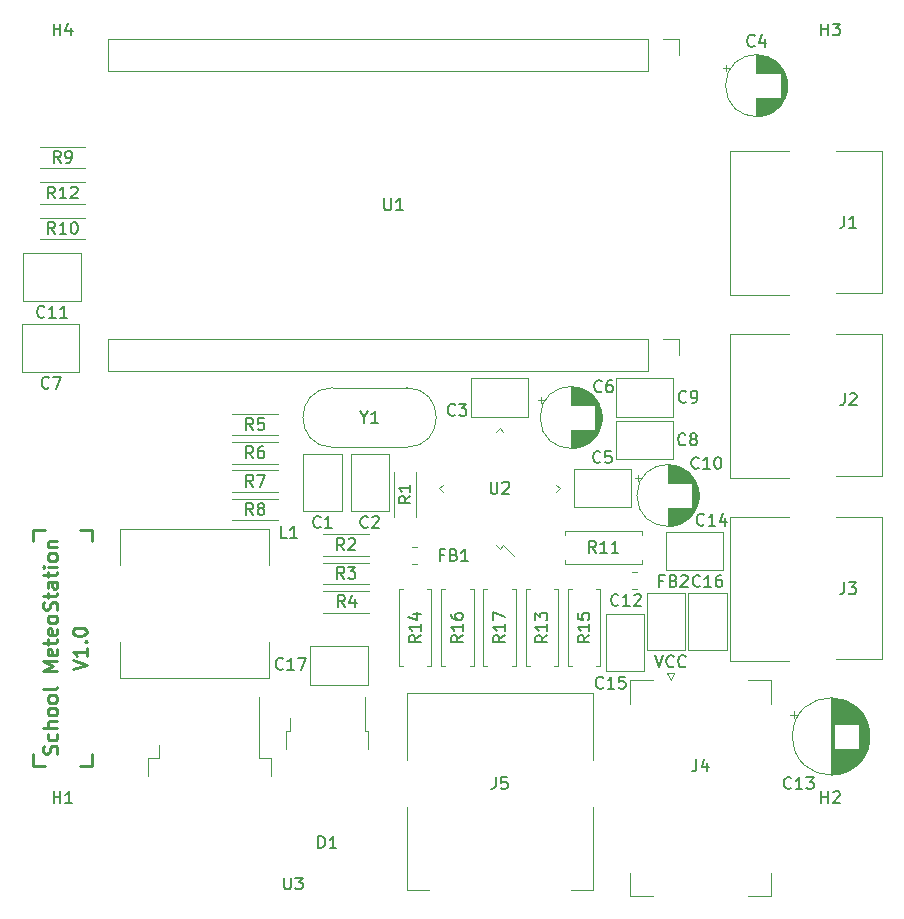
<source format=gbr>
%TF.GenerationSoftware,KiCad,Pcbnew,(6.0.7)*%
%TF.CreationDate,2022-08-02T16:10:14+02:00*%
%TF.ProjectId,school_meteo,7363686f-6f6c-45f6-9d65-74656f2e6b69,rev?*%
%TF.SameCoordinates,Original*%
%TF.FileFunction,Legend,Top*%
%TF.FilePolarity,Positive*%
%FSLAX46Y46*%
G04 Gerber Fmt 4.6, Leading zero omitted, Abs format (unit mm)*
G04 Created by KiCad (PCBNEW (6.0.7)) date 2022-08-02 16:10:14*
%MOMM*%
%LPD*%
G01*
G04 APERTURE LIST*
%ADD10C,0.250000*%
%ADD11C,0.150000*%
%ADD12C,0.200000*%
%ADD13C,0.120000*%
G04 APERTURE END LIST*
D10*
X5500000Y12500000D02*
X5500000Y11500000D01*
X5500000Y11500000D02*
X6500000Y11500000D01*
X10500000Y30500000D02*
X10500000Y31500000D01*
X6500000Y31500000D02*
X5500000Y31500000D01*
X10500000Y31500000D02*
X9500000Y31500000D01*
X10500000Y11500000D02*
X10500000Y12500000D01*
X9500000Y11500000D02*
X10500000Y11500000D01*
X5500000Y31500000D02*
X5500000Y30500000D01*
X7485714Y12517857D02*
X7542857Y12689286D01*
X7542857Y12975000D01*
X7485714Y13089286D01*
X7428571Y13146428D01*
X7314285Y13203571D01*
X7199999Y13203571D01*
X7085714Y13146428D01*
X7028571Y13089286D01*
X6971428Y12975000D01*
X6914285Y12746428D01*
X6857142Y12632143D01*
X6799999Y12575000D01*
X6685714Y12517857D01*
X6571428Y12517857D01*
X6457142Y12575000D01*
X6399999Y12632143D01*
X6342857Y12746428D01*
X6342857Y13032143D01*
X6400000Y13203571D01*
X7485714Y14232143D02*
X7542857Y14117857D01*
X7542857Y13889286D01*
X7485714Y13775000D01*
X7428571Y13717857D01*
X7314285Y13660714D01*
X6971428Y13660714D01*
X6857142Y13717857D01*
X6800000Y13775000D01*
X6742857Y13889286D01*
X6742857Y14117857D01*
X6800000Y14232143D01*
X7542857Y14746429D02*
X6342857Y14746429D01*
X7542857Y15260714D02*
X6914285Y15260714D01*
X6800000Y15203571D01*
X6742857Y15089286D01*
X6742857Y14917857D01*
X6800000Y14803571D01*
X6857142Y14746429D01*
X7542857Y16003571D02*
X7485714Y15889286D01*
X7428571Y15832143D01*
X7314285Y15775000D01*
X6971428Y15775000D01*
X6857142Y15832143D01*
X6800000Y15889286D01*
X6742857Y16003571D01*
X6742857Y16175000D01*
X6800000Y16289286D01*
X6857142Y16346429D01*
X6971428Y16403571D01*
X7314285Y16403571D01*
X7428571Y16346429D01*
X7485714Y16289286D01*
X7542857Y16175000D01*
X7542857Y16003571D01*
X7542857Y17089286D02*
X7485714Y16975000D01*
X7428571Y16917857D01*
X7314285Y16860714D01*
X6971428Y16860714D01*
X6857142Y16917857D01*
X6800000Y16975000D01*
X6742857Y17089286D01*
X6742857Y17260714D01*
X6800000Y17375000D01*
X6857142Y17432143D01*
X6971428Y17489286D01*
X7314285Y17489286D01*
X7428571Y17432143D01*
X7485714Y17375000D01*
X7542857Y17260714D01*
X7542857Y17089286D01*
X7542857Y18175000D02*
X7485714Y18060714D01*
X7371428Y18003571D01*
X6342857Y18003571D01*
X7542857Y19546429D02*
X6342857Y19546429D01*
X7200000Y19946429D01*
X6342857Y20346429D01*
X7542857Y20346429D01*
X7485714Y21375000D02*
X7542857Y21260714D01*
X7542857Y21032143D01*
X7485714Y20917857D01*
X7371428Y20860714D01*
X6914285Y20860714D01*
X6800000Y20917857D01*
X6742857Y21032143D01*
X6742857Y21260714D01*
X6800000Y21375000D01*
X6914285Y21432143D01*
X7028571Y21432143D01*
X7142857Y20860714D01*
X6742857Y21775000D02*
X6742857Y22232143D01*
X6342857Y21946429D02*
X7371428Y21946429D01*
X7485714Y22003571D01*
X7542857Y22117857D01*
X7542857Y22232143D01*
X7485714Y23089286D02*
X7542857Y22975000D01*
X7542857Y22746429D01*
X7485714Y22632143D01*
X7371428Y22575000D01*
X6914285Y22575000D01*
X6800000Y22632143D01*
X6742857Y22746429D01*
X6742857Y22975000D01*
X6800000Y23089286D01*
X6914285Y23146429D01*
X7028571Y23146429D01*
X7142857Y22575000D01*
X7542857Y23832143D02*
X7485714Y23717857D01*
X7428571Y23660714D01*
X7314285Y23603571D01*
X6971428Y23603571D01*
X6857142Y23660714D01*
X6800000Y23717857D01*
X6742857Y23832143D01*
X6742857Y24003571D01*
X6800000Y24117857D01*
X6857142Y24175000D01*
X6971428Y24232143D01*
X7314285Y24232143D01*
X7428571Y24175000D01*
X7485714Y24117857D01*
X7542857Y24003571D01*
X7542857Y23832143D01*
X7485714Y24689286D02*
X7542857Y24860714D01*
X7542857Y25146429D01*
X7485714Y25260714D01*
X7428571Y25317857D01*
X7314285Y25375000D01*
X7200000Y25375000D01*
X7085714Y25317857D01*
X7028571Y25260714D01*
X6971428Y25146429D01*
X6914285Y24917857D01*
X6857142Y24803571D01*
X6800000Y24746429D01*
X6685714Y24689286D01*
X6571428Y24689286D01*
X6457142Y24746429D01*
X6400000Y24803571D01*
X6342857Y24917857D01*
X6342857Y25203571D01*
X6400000Y25375000D01*
X6742857Y25717857D02*
X6742857Y26175000D01*
X6342857Y25889286D02*
X7371428Y25889286D01*
X7485714Y25946429D01*
X7542857Y26060714D01*
X7542857Y26175000D01*
X7542857Y27089286D02*
X6914285Y27089286D01*
X6800000Y27032143D01*
X6742857Y26917857D01*
X6742857Y26689286D01*
X6800000Y26575000D01*
X7485714Y27089286D02*
X7542857Y26975000D01*
X7542857Y26689286D01*
X7485714Y26575000D01*
X7371428Y26517857D01*
X7257142Y26517857D01*
X7142857Y26575000D01*
X7085714Y26689286D01*
X7085714Y26975000D01*
X7028571Y27089286D01*
X6742857Y27489286D02*
X6742857Y27946428D01*
X6342857Y27660714D02*
X7371428Y27660714D01*
X7485714Y27717857D01*
X7542857Y27832143D01*
X7542857Y27946428D01*
X7542857Y28346428D02*
X6742857Y28346428D01*
X6342857Y28346428D02*
X6400000Y28289286D01*
X6457142Y28346428D01*
X6400000Y28403571D01*
X6342857Y28346428D01*
X6457142Y28346428D01*
X7542857Y29089286D02*
X7485714Y28975000D01*
X7428571Y28917857D01*
X7314285Y28860714D01*
X6971428Y28860714D01*
X6857142Y28917857D01*
X6800000Y28975000D01*
X6742857Y29089286D01*
X6742857Y29260714D01*
X6800000Y29375000D01*
X6857142Y29432143D01*
X6971428Y29489286D01*
X7314285Y29489286D01*
X7428571Y29432143D01*
X7485714Y29375000D01*
X7542857Y29260714D01*
X7542857Y29089286D01*
X6742857Y30003571D02*
X7542857Y30003571D01*
X6857142Y30003571D02*
X6800000Y30060714D01*
X6742857Y30175000D01*
X6742857Y30346428D01*
X6800000Y30460714D01*
X6914285Y30517857D01*
X7542857Y30517857D01*
X8842857Y19671428D02*
X10042857Y20071428D01*
X8842857Y20471428D01*
X10042857Y21500000D02*
X10042857Y20814285D01*
X10042857Y21157142D02*
X8842857Y21157142D01*
X9014285Y21042857D01*
X9128571Y20928571D01*
X9185714Y20814285D01*
X9928571Y22014285D02*
X9985714Y22071428D01*
X10042857Y22014285D01*
X9985714Y21957142D01*
X9928571Y22014285D01*
X10042857Y22014285D01*
X8842857Y22814285D02*
X8842857Y22928571D01*
X8900000Y23042857D01*
X8957142Y23100000D01*
X9071428Y23157142D01*
X9300000Y23214285D01*
X9585714Y23214285D01*
X9814285Y23157142D01*
X9928571Y23100000D01*
X9985714Y23042857D01*
X10042857Y22928571D01*
X10042857Y22814285D01*
X9985714Y22700000D01*
X9928571Y22642857D01*
X9814285Y22585714D01*
X9585714Y22528571D01*
X9300000Y22528571D01*
X9071428Y22585714D01*
X8957142Y22642857D01*
X8900000Y22700000D01*
X8842857Y22814285D01*
D11*
%TO.C,J5*%
X44666666Y10547619D02*
X44666666Y9833333D01*
X44619047Y9690476D01*
X44523809Y9595238D01*
X44380952Y9547619D01*
X44285714Y9547619D01*
X45619047Y10547619D02*
X45142857Y10547619D01*
X45095238Y10071428D01*
X45142857Y10119047D01*
X45238095Y10166666D01*
X45476190Y10166666D01*
X45571428Y10119047D01*
X45619047Y10071428D01*
X45666666Y9976190D01*
X45666666Y9738095D01*
X45619047Y9642857D01*
X45571428Y9595238D01*
X45476190Y9547619D01*
X45238095Y9547619D01*
X45142857Y9595238D01*
X45095238Y9642857D01*
%TO.C,C6*%
X53633333Y43242857D02*
X53585714Y43195238D01*
X53442857Y43147619D01*
X53347619Y43147619D01*
X53204761Y43195238D01*
X53109523Y43290476D01*
X53061904Y43385714D01*
X53014285Y43576190D01*
X53014285Y43719047D01*
X53061904Y43909523D01*
X53109523Y44004761D01*
X53204761Y44100000D01*
X53347619Y44147619D01*
X53442857Y44147619D01*
X53585714Y44100000D01*
X53633333Y44052380D01*
X54490476Y44147619D02*
X54300000Y44147619D01*
X54204761Y44100000D01*
X54157142Y44052380D01*
X54061904Y43909523D01*
X54014285Y43719047D01*
X54014285Y43338095D01*
X54061904Y43242857D01*
X54109523Y43195238D01*
X54204761Y43147619D01*
X54395238Y43147619D01*
X54490476Y43195238D01*
X54538095Y43242857D01*
X54585714Y43338095D01*
X54585714Y43576190D01*
X54538095Y43671428D01*
X54490476Y43719047D01*
X54395238Y43766666D01*
X54204761Y43766666D01*
X54109523Y43719047D01*
X54061904Y43671428D01*
X54014285Y43576190D01*
%TO.C,C3*%
X41233333Y41242857D02*
X41185714Y41195238D01*
X41042857Y41147619D01*
X40947619Y41147619D01*
X40804761Y41195238D01*
X40709523Y41290476D01*
X40661904Y41385714D01*
X40614285Y41576190D01*
X40614285Y41719047D01*
X40661904Y41909523D01*
X40709523Y42004761D01*
X40804761Y42100000D01*
X40947619Y42147619D01*
X41042857Y42147619D01*
X41185714Y42100000D01*
X41233333Y42052380D01*
X41566666Y42147619D02*
X42185714Y42147619D01*
X41852380Y41766666D01*
X41995238Y41766666D01*
X42090476Y41719047D01*
X42138095Y41671428D01*
X42185714Y41576190D01*
X42185714Y41338095D01*
X42138095Y41242857D01*
X42090476Y41195238D01*
X41995238Y41147619D01*
X41709523Y41147619D01*
X41614285Y41195238D01*
X41566666Y41242857D01*
%TO.C,R4*%
X31893333Y24947619D02*
X31560000Y25423809D01*
X31321904Y24947619D02*
X31321904Y25947619D01*
X31702857Y25947619D01*
X31798095Y25900000D01*
X31845714Y25852380D01*
X31893333Y25757142D01*
X31893333Y25614285D01*
X31845714Y25519047D01*
X31798095Y25471428D01*
X31702857Y25423809D01*
X31321904Y25423809D01*
X32750476Y25614285D02*
X32750476Y24947619D01*
X32512380Y25995238D02*
X32274285Y25280952D01*
X32893333Y25280952D01*
%TO.C,H3*%
X72238095Y73347619D02*
X72238095Y74347619D01*
X72238095Y73871428D02*
X72809523Y73871428D01*
X72809523Y73347619D02*
X72809523Y74347619D01*
X73190476Y74347619D02*
X73809523Y74347619D01*
X73476190Y73966666D01*
X73619047Y73966666D01*
X73714285Y73919047D01*
X73761904Y73871428D01*
X73809523Y73776190D01*
X73809523Y73538095D01*
X73761904Y73442857D01*
X73714285Y73395238D01*
X73619047Y73347619D01*
X73333333Y73347619D01*
X73238095Y73395238D01*
X73190476Y73442857D01*
%TO.C,H4*%
X7238095Y73347619D02*
X7238095Y74347619D01*
X7238095Y73871428D02*
X7809523Y73871428D01*
X7809523Y73347619D02*
X7809523Y74347619D01*
X8714285Y74014285D02*
X8714285Y73347619D01*
X8476190Y74395238D02*
X8238095Y73680952D01*
X8857142Y73680952D01*
%TO.C,C8*%
X60733333Y38742857D02*
X60685714Y38695238D01*
X60542857Y38647619D01*
X60447619Y38647619D01*
X60304761Y38695238D01*
X60209523Y38790476D01*
X60161904Y38885714D01*
X60114285Y39076190D01*
X60114285Y39219047D01*
X60161904Y39409523D01*
X60209523Y39504761D01*
X60304761Y39600000D01*
X60447619Y39647619D01*
X60542857Y39647619D01*
X60685714Y39600000D01*
X60733333Y39552380D01*
X61304761Y39219047D02*
X61209523Y39266666D01*
X61161904Y39314285D01*
X61114285Y39409523D01*
X61114285Y39457142D01*
X61161904Y39552380D01*
X61209523Y39600000D01*
X61304761Y39647619D01*
X61495238Y39647619D01*
X61590476Y39600000D01*
X61638095Y39552380D01*
X61685714Y39457142D01*
X61685714Y39409523D01*
X61638095Y39314285D01*
X61590476Y39266666D01*
X61495238Y39219047D01*
X61304761Y39219047D01*
X61209523Y39171428D01*
X61161904Y39123809D01*
X61114285Y39028571D01*
X61114285Y38838095D01*
X61161904Y38742857D01*
X61209523Y38695238D01*
X61304761Y38647619D01*
X61495238Y38647619D01*
X61590476Y38695238D01*
X61638095Y38742857D01*
X61685714Y38838095D01*
X61685714Y39028571D01*
X61638095Y39123809D01*
X61590476Y39171428D01*
X61495238Y39219047D01*
%TO.C,C1*%
X29833333Y31742857D02*
X29785714Y31695238D01*
X29642857Y31647619D01*
X29547619Y31647619D01*
X29404761Y31695238D01*
X29309523Y31790476D01*
X29261904Y31885714D01*
X29214285Y32076190D01*
X29214285Y32219047D01*
X29261904Y32409523D01*
X29309523Y32504761D01*
X29404761Y32600000D01*
X29547619Y32647619D01*
X29642857Y32647619D01*
X29785714Y32600000D01*
X29833333Y32552380D01*
X30785714Y31647619D02*
X30214285Y31647619D01*
X30500000Y31647619D02*
X30500000Y32647619D01*
X30404761Y32504761D01*
X30309523Y32409523D01*
X30214285Y32361904D01*
%TO.C,R10*%
X7357142Y56547619D02*
X7023809Y57023809D01*
X6785714Y56547619D02*
X6785714Y57547619D01*
X7166666Y57547619D01*
X7261904Y57500000D01*
X7309523Y57452380D01*
X7357142Y57357142D01*
X7357142Y57214285D01*
X7309523Y57119047D01*
X7261904Y57071428D01*
X7166666Y57023809D01*
X6785714Y57023809D01*
X8309523Y56547619D02*
X7738095Y56547619D01*
X8023809Y56547619D02*
X8023809Y57547619D01*
X7928571Y57404761D01*
X7833333Y57309523D01*
X7738095Y57261904D01*
X8928571Y57547619D02*
X9023809Y57547619D01*
X9119047Y57500000D01*
X9166666Y57452380D01*
X9214285Y57357142D01*
X9261904Y57166666D01*
X9261904Y56928571D01*
X9214285Y56738095D01*
X9166666Y56642857D01*
X9119047Y56595238D01*
X9023809Y56547619D01*
X8928571Y56547619D01*
X8833333Y56595238D01*
X8785714Y56642857D01*
X8738095Y56738095D01*
X8690476Y56928571D01*
X8690476Y57166666D01*
X8738095Y57357142D01*
X8785714Y57452380D01*
X8833333Y57500000D01*
X8928571Y57547619D01*
%TO.C,FB1*%
X40266666Y29371428D02*
X39933333Y29371428D01*
X39933333Y28847619D02*
X39933333Y29847619D01*
X40409523Y29847619D01*
X41123809Y29371428D02*
X41266666Y29323809D01*
X41314285Y29276190D01*
X41361904Y29180952D01*
X41361904Y29038095D01*
X41314285Y28942857D01*
X41266666Y28895238D01*
X41171428Y28847619D01*
X40790476Y28847619D01*
X40790476Y29847619D01*
X41123809Y29847619D01*
X41219047Y29800000D01*
X41266666Y29752380D01*
X41314285Y29657142D01*
X41314285Y29561904D01*
X41266666Y29466666D01*
X41219047Y29419047D01*
X41123809Y29371428D01*
X40790476Y29371428D01*
X42314285Y28847619D02*
X41742857Y28847619D01*
X42028571Y28847619D02*
X42028571Y29847619D01*
X41933333Y29704761D01*
X41838095Y29609523D01*
X41742857Y29561904D01*
%TO.C,C9*%
X60783333Y42342857D02*
X60735714Y42295238D01*
X60592857Y42247619D01*
X60497619Y42247619D01*
X60354761Y42295238D01*
X60259523Y42390476D01*
X60211904Y42485714D01*
X60164285Y42676190D01*
X60164285Y42819047D01*
X60211904Y43009523D01*
X60259523Y43104761D01*
X60354761Y43200000D01*
X60497619Y43247619D01*
X60592857Y43247619D01*
X60735714Y43200000D01*
X60783333Y43152380D01*
X61259523Y42247619D02*
X61450000Y42247619D01*
X61545238Y42295238D01*
X61592857Y42342857D01*
X61688095Y42485714D01*
X61735714Y42676190D01*
X61735714Y43057142D01*
X61688095Y43152380D01*
X61640476Y43200000D01*
X61545238Y43247619D01*
X61354761Y43247619D01*
X61259523Y43200000D01*
X61211904Y43152380D01*
X61164285Y43057142D01*
X61164285Y42819047D01*
X61211904Y42723809D01*
X61259523Y42676190D01*
X61354761Y42628571D01*
X61545238Y42628571D01*
X61640476Y42676190D01*
X61688095Y42723809D01*
X61735714Y42819047D01*
%TO.C,C5*%
X53533333Y37242857D02*
X53485714Y37195238D01*
X53342857Y37147619D01*
X53247619Y37147619D01*
X53104761Y37195238D01*
X53009523Y37290476D01*
X52961904Y37385714D01*
X52914285Y37576190D01*
X52914285Y37719047D01*
X52961904Y37909523D01*
X53009523Y38004761D01*
X53104761Y38100000D01*
X53247619Y38147619D01*
X53342857Y38147619D01*
X53485714Y38100000D01*
X53533333Y38052380D01*
X54438095Y38147619D02*
X53961904Y38147619D01*
X53914285Y37671428D01*
X53961904Y37719047D01*
X54057142Y37766666D01*
X54295238Y37766666D01*
X54390476Y37719047D01*
X54438095Y37671428D01*
X54485714Y37576190D01*
X54485714Y37338095D01*
X54438095Y37242857D01*
X54390476Y37195238D01*
X54295238Y37147619D01*
X54057142Y37147619D01*
X53961904Y37195238D01*
X53914285Y37242857D01*
%TO.C,J3*%
X74166666Y27047619D02*
X74166666Y26333333D01*
X74119047Y26190476D01*
X74023809Y26095238D01*
X73880952Y26047619D01*
X73785714Y26047619D01*
X74547619Y27047619D02*
X75166666Y27047619D01*
X74833333Y26666666D01*
X74976190Y26666666D01*
X75071428Y26619047D01*
X75119047Y26571428D01*
X75166666Y26476190D01*
X75166666Y26238095D01*
X75119047Y26142857D01*
X75071428Y26095238D01*
X74976190Y26047619D01*
X74690476Y26047619D01*
X74595238Y26095238D01*
X74547619Y26142857D01*
%TO.C,H1*%
X7238095Y8347619D02*
X7238095Y9347619D01*
X7238095Y8871428D02*
X7809523Y8871428D01*
X7809523Y8347619D02*
X7809523Y9347619D01*
X8809523Y8347619D02*
X8238095Y8347619D01*
X8523809Y8347619D02*
X8523809Y9347619D01*
X8428571Y9204761D01*
X8333333Y9109523D01*
X8238095Y9061904D01*
%TO.C,L1*%
X26983333Y30797619D02*
X26507142Y30797619D01*
X26507142Y31797619D01*
X27840476Y30797619D02*
X27269047Y30797619D01*
X27554761Y30797619D02*
X27554761Y31797619D01*
X27459523Y31654761D01*
X27364285Y31559523D01*
X27269047Y31511904D01*
%TO.C,FB2*%
X58866666Y27171428D02*
X58533333Y27171428D01*
X58533333Y26647619D02*
X58533333Y27647619D01*
X59009523Y27647619D01*
X59723809Y27171428D02*
X59866666Y27123809D01*
X59914285Y27076190D01*
X59961904Y26980952D01*
X59961904Y26838095D01*
X59914285Y26742857D01*
X59866666Y26695238D01*
X59771428Y26647619D01*
X59390476Y26647619D01*
X59390476Y27647619D01*
X59723809Y27647619D01*
X59819047Y27600000D01*
X59866666Y27552380D01*
X59914285Y27457142D01*
X59914285Y27361904D01*
X59866666Y27266666D01*
X59819047Y27219047D01*
X59723809Y27171428D01*
X59390476Y27171428D01*
X60342857Y27552380D02*
X60390476Y27600000D01*
X60485714Y27647619D01*
X60723809Y27647619D01*
X60819047Y27600000D01*
X60866666Y27552380D01*
X60914285Y27457142D01*
X60914285Y27361904D01*
X60866666Y27219047D01*
X60295238Y26647619D01*
X60914285Y26647619D01*
%TO.C,R16*%
X41877380Y22557142D02*
X41401190Y22223809D01*
X41877380Y21985714D02*
X40877380Y21985714D01*
X40877380Y22366666D01*
X40925000Y22461904D01*
X40972619Y22509523D01*
X41067857Y22557142D01*
X41210714Y22557142D01*
X41305952Y22509523D01*
X41353571Y22461904D01*
X41401190Y22366666D01*
X41401190Y21985714D01*
X41877380Y23509523D02*
X41877380Y22938095D01*
X41877380Y23223809D02*
X40877380Y23223809D01*
X41020238Y23128571D01*
X41115476Y23033333D01*
X41163095Y22938095D01*
X40877380Y24366666D02*
X40877380Y24176190D01*
X40925000Y24080952D01*
X40972619Y24033333D01*
X41115476Y23938095D01*
X41305952Y23890476D01*
X41686904Y23890476D01*
X41782142Y23938095D01*
X41829761Y23985714D01*
X41877380Y24080952D01*
X41877380Y24271428D01*
X41829761Y24366666D01*
X41782142Y24414285D01*
X41686904Y24461904D01*
X41448809Y24461904D01*
X41353571Y24414285D01*
X41305952Y24366666D01*
X41258333Y24271428D01*
X41258333Y24080952D01*
X41305952Y23985714D01*
X41353571Y23938095D01*
X41448809Y23890476D01*
%TO.C,R12*%
X7357142Y59547619D02*
X7023809Y60023809D01*
X6785714Y59547619D02*
X6785714Y60547619D01*
X7166666Y60547619D01*
X7261904Y60500000D01*
X7309523Y60452380D01*
X7357142Y60357142D01*
X7357142Y60214285D01*
X7309523Y60119047D01*
X7261904Y60071428D01*
X7166666Y60023809D01*
X6785714Y60023809D01*
X8309523Y59547619D02*
X7738095Y59547619D01*
X8023809Y59547619D02*
X8023809Y60547619D01*
X7928571Y60404761D01*
X7833333Y60309523D01*
X7738095Y60261904D01*
X8690476Y60452380D02*
X8738095Y60500000D01*
X8833333Y60547619D01*
X9071428Y60547619D01*
X9166666Y60500000D01*
X9214285Y60452380D01*
X9261904Y60357142D01*
X9261904Y60261904D01*
X9214285Y60119047D01*
X8642857Y59547619D01*
X9261904Y59547619D01*
%TO.C,U3*%
X26738095Y2047619D02*
X26738095Y1238095D01*
X26785714Y1142857D01*
X26833333Y1095238D01*
X26928571Y1047619D01*
X27119047Y1047619D01*
X27214285Y1095238D01*
X27261904Y1142857D01*
X27309523Y1238095D01*
X27309523Y2047619D01*
X27690476Y2047619D02*
X28309523Y2047619D01*
X27976190Y1666666D01*
X28119047Y1666666D01*
X28214285Y1619047D01*
X28261904Y1571428D01*
X28309523Y1476190D01*
X28309523Y1238095D01*
X28261904Y1142857D01*
X28214285Y1095238D01*
X28119047Y1047619D01*
X27833333Y1047619D01*
X27738095Y1095238D01*
X27690476Y1142857D01*
%TO.C,R6*%
X24133333Y37547619D02*
X23800000Y38023809D01*
X23561904Y37547619D02*
X23561904Y38547619D01*
X23942857Y38547619D01*
X24038095Y38500000D01*
X24085714Y38452380D01*
X24133333Y38357142D01*
X24133333Y38214285D01*
X24085714Y38119047D01*
X24038095Y38071428D01*
X23942857Y38023809D01*
X23561904Y38023809D01*
X24990476Y38547619D02*
X24800000Y38547619D01*
X24704761Y38500000D01*
X24657142Y38452380D01*
X24561904Y38309523D01*
X24514285Y38119047D01*
X24514285Y37738095D01*
X24561904Y37642857D01*
X24609523Y37595238D01*
X24704761Y37547619D01*
X24895238Y37547619D01*
X24990476Y37595238D01*
X25038095Y37642857D01*
X25085714Y37738095D01*
X25085714Y37976190D01*
X25038095Y38071428D01*
X24990476Y38119047D01*
X24895238Y38166666D01*
X24704761Y38166666D01*
X24609523Y38119047D01*
X24561904Y38071428D01*
X24514285Y37976190D01*
%TO.C,R8*%
X24133333Y32747619D02*
X23800000Y33223809D01*
X23561904Y32747619D02*
X23561904Y33747619D01*
X23942857Y33747619D01*
X24038095Y33700000D01*
X24085714Y33652380D01*
X24133333Y33557142D01*
X24133333Y33414285D01*
X24085714Y33319047D01*
X24038095Y33271428D01*
X23942857Y33223809D01*
X23561904Y33223809D01*
X24704761Y33319047D02*
X24609523Y33366666D01*
X24561904Y33414285D01*
X24514285Y33509523D01*
X24514285Y33557142D01*
X24561904Y33652380D01*
X24609523Y33700000D01*
X24704761Y33747619D01*
X24895238Y33747619D01*
X24990476Y33700000D01*
X25038095Y33652380D01*
X25085714Y33557142D01*
X25085714Y33509523D01*
X25038095Y33414285D01*
X24990476Y33366666D01*
X24895238Y33319047D01*
X24704761Y33319047D01*
X24609523Y33271428D01*
X24561904Y33223809D01*
X24514285Y33128571D01*
X24514285Y32938095D01*
X24561904Y32842857D01*
X24609523Y32795238D01*
X24704761Y32747619D01*
X24895238Y32747619D01*
X24990476Y32795238D01*
X25038095Y32842857D01*
X25085714Y32938095D01*
X25085714Y33128571D01*
X25038095Y33223809D01*
X24990476Y33271428D01*
X24895238Y33319047D01*
%TO.C,C14*%
X62307142Y31942857D02*
X62259523Y31895238D01*
X62116666Y31847619D01*
X62021428Y31847619D01*
X61878571Y31895238D01*
X61783333Y31990476D01*
X61735714Y32085714D01*
X61688095Y32276190D01*
X61688095Y32419047D01*
X61735714Y32609523D01*
X61783333Y32704761D01*
X61878571Y32800000D01*
X62021428Y32847619D01*
X62116666Y32847619D01*
X62259523Y32800000D01*
X62307142Y32752380D01*
X63259523Y31847619D02*
X62688095Y31847619D01*
X62973809Y31847619D02*
X62973809Y32847619D01*
X62878571Y32704761D01*
X62783333Y32609523D01*
X62688095Y32561904D01*
X64116666Y32514285D02*
X64116666Y31847619D01*
X63878571Y32895238D02*
X63640476Y32180952D01*
X64259523Y32180952D01*
%TO.C,C10*%
X61857142Y36742857D02*
X61809523Y36695238D01*
X61666666Y36647619D01*
X61571428Y36647619D01*
X61428571Y36695238D01*
X61333333Y36790476D01*
X61285714Y36885714D01*
X61238095Y37076190D01*
X61238095Y37219047D01*
X61285714Y37409523D01*
X61333333Y37504761D01*
X61428571Y37600000D01*
X61571428Y37647619D01*
X61666666Y37647619D01*
X61809523Y37600000D01*
X61857142Y37552380D01*
X62809523Y36647619D02*
X62238095Y36647619D01*
X62523809Y36647619D02*
X62523809Y37647619D01*
X62428571Y37504761D01*
X62333333Y37409523D01*
X62238095Y37361904D01*
X63428571Y37647619D02*
X63523809Y37647619D01*
X63619047Y37600000D01*
X63666666Y37552380D01*
X63714285Y37457142D01*
X63761904Y37266666D01*
X63761904Y37028571D01*
X63714285Y36838095D01*
X63666666Y36742857D01*
X63619047Y36695238D01*
X63523809Y36647619D01*
X63428571Y36647619D01*
X63333333Y36695238D01*
X63285714Y36742857D01*
X63238095Y36838095D01*
X63190476Y37028571D01*
X63190476Y37266666D01*
X63238095Y37457142D01*
X63285714Y37552380D01*
X63333333Y37600000D01*
X63428571Y37647619D01*
%TO.C,C15*%
X53757142Y18142857D02*
X53709523Y18095238D01*
X53566666Y18047619D01*
X53471428Y18047619D01*
X53328571Y18095238D01*
X53233333Y18190476D01*
X53185714Y18285714D01*
X53138095Y18476190D01*
X53138095Y18619047D01*
X53185714Y18809523D01*
X53233333Y18904761D01*
X53328571Y19000000D01*
X53471428Y19047619D01*
X53566666Y19047619D01*
X53709523Y19000000D01*
X53757142Y18952380D01*
X54709523Y18047619D02*
X54138095Y18047619D01*
X54423809Y18047619D02*
X54423809Y19047619D01*
X54328571Y18904761D01*
X54233333Y18809523D01*
X54138095Y18761904D01*
X55614285Y19047619D02*
X55138095Y19047619D01*
X55090476Y18571428D01*
X55138095Y18619047D01*
X55233333Y18666666D01*
X55471428Y18666666D01*
X55566666Y18619047D01*
X55614285Y18571428D01*
X55661904Y18476190D01*
X55661904Y18238095D01*
X55614285Y18142857D01*
X55566666Y18095238D01*
X55471428Y18047619D01*
X55233333Y18047619D01*
X55138095Y18095238D01*
X55090476Y18142857D01*
%TO.C,J1*%
X74166666Y58047619D02*
X74166666Y57333333D01*
X74119047Y57190476D01*
X74023809Y57095238D01*
X73880952Y57047619D01*
X73785714Y57047619D01*
X75166666Y57047619D02*
X74595238Y57047619D01*
X74880952Y57047619D02*
X74880952Y58047619D01*
X74785714Y57904761D01*
X74690476Y57809523D01*
X74595238Y57761904D01*
%TO.C,C4*%
X66578221Y72492857D02*
X66530602Y72445238D01*
X66387745Y72397619D01*
X66292507Y72397619D01*
X66149649Y72445238D01*
X66054411Y72540476D01*
X66006792Y72635714D01*
X65959173Y72826190D01*
X65959173Y72969047D01*
X66006792Y73159523D01*
X66054411Y73254761D01*
X66149649Y73350000D01*
X66292507Y73397619D01*
X66387745Y73397619D01*
X66530602Y73350000D01*
X66578221Y73302380D01*
X67435364Y73064285D02*
X67435364Y72397619D01*
X67197268Y73445238D02*
X66959173Y72730952D01*
X67578221Y72730952D01*
%TO.C,U2*%
X44238095Y35547619D02*
X44238095Y34738095D01*
X44285714Y34642857D01*
X44333333Y34595238D01*
X44428571Y34547619D01*
X44619047Y34547619D01*
X44714285Y34595238D01*
X44761904Y34642857D01*
X44809523Y34738095D01*
X44809523Y35547619D01*
X45238095Y35452380D02*
X45285714Y35500000D01*
X45380952Y35547619D01*
X45619047Y35547619D01*
X45714285Y35500000D01*
X45761904Y35452380D01*
X45809523Y35357142D01*
X45809523Y35261904D01*
X45761904Y35119047D01*
X45190476Y34547619D01*
X45809523Y34547619D01*
%TO.C,C12*%
X55057142Y25142857D02*
X55009523Y25095238D01*
X54866666Y25047619D01*
X54771428Y25047619D01*
X54628571Y25095238D01*
X54533333Y25190476D01*
X54485714Y25285714D01*
X54438095Y25476190D01*
X54438095Y25619047D01*
X54485714Y25809523D01*
X54533333Y25904761D01*
X54628571Y26000000D01*
X54771428Y26047619D01*
X54866666Y26047619D01*
X55009523Y26000000D01*
X55057142Y25952380D01*
X56009523Y25047619D02*
X55438095Y25047619D01*
X55723809Y25047619D02*
X55723809Y26047619D01*
X55628571Y25904761D01*
X55533333Y25809523D01*
X55438095Y25761904D01*
X56390476Y25952380D02*
X56438095Y26000000D01*
X56533333Y26047619D01*
X56771428Y26047619D01*
X56866666Y26000000D01*
X56914285Y25952380D01*
X56961904Y25857142D01*
X56961904Y25761904D01*
X56914285Y25619047D01*
X56342857Y25047619D01*
X56961904Y25047619D01*
%TO.C,C11*%
X6457142Y49542857D02*
X6409523Y49495238D01*
X6266666Y49447619D01*
X6171428Y49447619D01*
X6028571Y49495238D01*
X5933333Y49590476D01*
X5885714Y49685714D01*
X5838095Y49876190D01*
X5838095Y50019047D01*
X5885714Y50209523D01*
X5933333Y50304761D01*
X6028571Y50400000D01*
X6171428Y50447619D01*
X6266666Y50447619D01*
X6409523Y50400000D01*
X6457142Y50352380D01*
X7409523Y49447619D02*
X6838095Y49447619D01*
X7123809Y49447619D02*
X7123809Y50447619D01*
X7028571Y50304761D01*
X6933333Y50209523D01*
X6838095Y50161904D01*
X8361904Y49447619D02*
X7790476Y49447619D01*
X8076190Y49447619D02*
X8076190Y50447619D01*
X7980952Y50304761D01*
X7885714Y50209523D01*
X7790476Y50161904D01*
%TO.C,C16*%
X61957142Y26742857D02*
X61909523Y26695238D01*
X61766666Y26647619D01*
X61671428Y26647619D01*
X61528571Y26695238D01*
X61433333Y26790476D01*
X61385714Y26885714D01*
X61338095Y27076190D01*
X61338095Y27219047D01*
X61385714Y27409523D01*
X61433333Y27504761D01*
X61528571Y27600000D01*
X61671428Y27647619D01*
X61766666Y27647619D01*
X61909523Y27600000D01*
X61957142Y27552380D01*
X62909523Y26647619D02*
X62338095Y26647619D01*
X62623809Y26647619D02*
X62623809Y27647619D01*
X62528571Y27504761D01*
X62433333Y27409523D01*
X62338095Y27361904D01*
X63766666Y27647619D02*
X63576190Y27647619D01*
X63480952Y27600000D01*
X63433333Y27552380D01*
X63338095Y27409523D01*
X63290476Y27219047D01*
X63290476Y26838095D01*
X63338095Y26742857D01*
X63385714Y26695238D01*
X63480952Y26647619D01*
X63671428Y26647619D01*
X63766666Y26695238D01*
X63814285Y26742857D01*
X63861904Y26838095D01*
X63861904Y27076190D01*
X63814285Y27171428D01*
X63766666Y27219047D01*
X63671428Y27266666D01*
X63480952Y27266666D01*
X63385714Y27219047D01*
X63338095Y27171428D01*
X63290476Y27076190D01*
%TO.C,R1*%
X37452380Y34333333D02*
X36976190Y34000000D01*
X37452380Y33761904D02*
X36452380Y33761904D01*
X36452380Y34142857D01*
X36500000Y34238095D01*
X36547619Y34285714D01*
X36642857Y34333333D01*
X36785714Y34333333D01*
X36880952Y34285714D01*
X36928571Y34238095D01*
X36976190Y34142857D01*
X36976190Y33761904D01*
X37452380Y35285714D02*
X37452380Y34714285D01*
X37452380Y35000000D02*
X36452380Y35000000D01*
X36595238Y34904761D01*
X36690476Y34809523D01*
X36738095Y34714285D01*
%TO.C,R2*%
X31833333Y29767619D02*
X31500000Y30243809D01*
X31261904Y29767619D02*
X31261904Y30767619D01*
X31642857Y30767619D01*
X31738095Y30720000D01*
X31785714Y30672380D01*
X31833333Y30577142D01*
X31833333Y30434285D01*
X31785714Y30339047D01*
X31738095Y30291428D01*
X31642857Y30243809D01*
X31261904Y30243809D01*
X32214285Y30672380D02*
X32261904Y30720000D01*
X32357142Y30767619D01*
X32595238Y30767619D01*
X32690476Y30720000D01*
X32738095Y30672380D01*
X32785714Y30577142D01*
X32785714Y30481904D01*
X32738095Y30339047D01*
X32166666Y29767619D01*
X32785714Y29767619D01*
%TO.C,J4*%
X61666666Y12047619D02*
X61666666Y11333333D01*
X61619047Y11190476D01*
X61523809Y11095238D01*
X61380952Y11047619D01*
X61285714Y11047619D01*
X62571428Y11714285D02*
X62571428Y11047619D01*
X62333333Y12095238D02*
X62095238Y11380952D01*
X62714285Y11380952D01*
D12*
X58166666Y20847619D02*
X58500000Y19847619D01*
X58833333Y20847619D01*
X59738095Y19942857D02*
X59690476Y19895238D01*
X59547619Y19847619D01*
X59452380Y19847619D01*
X59309523Y19895238D01*
X59214285Y19990476D01*
X59166666Y20085714D01*
X59119047Y20276190D01*
X59119047Y20419047D01*
X59166666Y20609523D01*
X59214285Y20704761D01*
X59309523Y20800000D01*
X59452380Y20847619D01*
X59547619Y20847619D01*
X59690476Y20800000D01*
X59738095Y20752380D01*
X60738095Y19942857D02*
X60690476Y19895238D01*
X60547619Y19847619D01*
X60452380Y19847619D01*
X60309523Y19895238D01*
X60214285Y19990476D01*
X60166666Y20085714D01*
X60119047Y20276190D01*
X60119047Y20419047D01*
X60166666Y20609523D01*
X60214285Y20704761D01*
X60309523Y20800000D01*
X60452380Y20847619D01*
X60547619Y20847619D01*
X60690476Y20800000D01*
X60738095Y20752380D01*
D11*
%TO.C,R9*%
X7833333Y62547619D02*
X7500000Y63023809D01*
X7261904Y62547619D02*
X7261904Y63547619D01*
X7642857Y63547619D01*
X7738095Y63500000D01*
X7785714Y63452380D01*
X7833333Y63357142D01*
X7833333Y63214285D01*
X7785714Y63119047D01*
X7738095Y63071428D01*
X7642857Y63023809D01*
X7261904Y63023809D01*
X8309523Y62547619D02*
X8500000Y62547619D01*
X8595238Y62595238D01*
X8642857Y62642857D01*
X8738095Y62785714D01*
X8785714Y62976190D01*
X8785714Y63357142D01*
X8738095Y63452380D01*
X8690476Y63500000D01*
X8595238Y63547619D01*
X8404761Y63547619D01*
X8309523Y63500000D01*
X8261904Y63452380D01*
X8214285Y63357142D01*
X8214285Y63119047D01*
X8261904Y63023809D01*
X8309523Y62976190D01*
X8404761Y62928571D01*
X8595238Y62928571D01*
X8690476Y62976190D01*
X8738095Y63023809D01*
X8785714Y63119047D01*
%TO.C,R15*%
X52602380Y22557142D02*
X52126190Y22223809D01*
X52602380Y21985714D02*
X51602380Y21985714D01*
X51602380Y22366666D01*
X51650000Y22461904D01*
X51697619Y22509523D01*
X51792857Y22557142D01*
X51935714Y22557142D01*
X52030952Y22509523D01*
X52078571Y22461904D01*
X52126190Y22366666D01*
X52126190Y21985714D01*
X52602380Y23509523D02*
X52602380Y22938095D01*
X52602380Y23223809D02*
X51602380Y23223809D01*
X51745238Y23128571D01*
X51840476Y23033333D01*
X51888095Y22938095D01*
X51602380Y24414285D02*
X51602380Y23938095D01*
X52078571Y23890476D01*
X52030952Y23938095D01*
X51983333Y24033333D01*
X51983333Y24271428D01*
X52030952Y24366666D01*
X52078571Y24414285D01*
X52173809Y24461904D01*
X52411904Y24461904D01*
X52507142Y24414285D01*
X52554761Y24366666D01*
X52602380Y24271428D01*
X52602380Y24033333D01*
X52554761Y23938095D01*
X52507142Y23890476D01*
%TO.C,J2*%
X74221666Y43047619D02*
X74221666Y42333333D01*
X74174047Y42190476D01*
X74078809Y42095238D01*
X73935952Y42047619D01*
X73840714Y42047619D01*
X74650238Y42952380D02*
X74697857Y43000000D01*
X74793095Y43047619D01*
X75031190Y43047619D01*
X75126428Y43000000D01*
X75174047Y42952380D01*
X75221666Y42857142D01*
X75221666Y42761904D01*
X75174047Y42619047D01*
X74602619Y42047619D01*
X75221666Y42047619D01*
%TO.C,R7*%
X24133333Y35147619D02*
X23800000Y35623809D01*
X23561904Y35147619D02*
X23561904Y36147619D01*
X23942857Y36147619D01*
X24038095Y36100000D01*
X24085714Y36052380D01*
X24133333Y35957142D01*
X24133333Y35814285D01*
X24085714Y35719047D01*
X24038095Y35671428D01*
X23942857Y35623809D01*
X23561904Y35623809D01*
X24466666Y36147619D02*
X25133333Y36147619D01*
X24704761Y35147619D01*
%TO.C,U1*%
X35238095Y59547619D02*
X35238095Y58738095D01*
X35285714Y58642857D01*
X35333333Y58595238D01*
X35428571Y58547619D01*
X35619047Y58547619D01*
X35714285Y58595238D01*
X35761904Y58642857D01*
X35809523Y58738095D01*
X35809523Y59547619D01*
X36809523Y58547619D02*
X36238095Y58547619D01*
X36523809Y58547619D02*
X36523809Y59547619D01*
X36428571Y59404761D01*
X36333333Y59309523D01*
X36238095Y59261904D01*
%TO.C,R11*%
X53157142Y29547619D02*
X52823809Y30023809D01*
X52585714Y29547619D02*
X52585714Y30547619D01*
X52966666Y30547619D01*
X53061904Y30500000D01*
X53109523Y30452380D01*
X53157142Y30357142D01*
X53157142Y30214285D01*
X53109523Y30119047D01*
X53061904Y30071428D01*
X52966666Y30023809D01*
X52585714Y30023809D01*
X54109523Y29547619D02*
X53538095Y29547619D01*
X53823809Y29547619D02*
X53823809Y30547619D01*
X53728571Y30404761D01*
X53633333Y30309523D01*
X53538095Y30261904D01*
X55061904Y29547619D02*
X54490476Y29547619D01*
X54776190Y29547619D02*
X54776190Y30547619D01*
X54680952Y30404761D01*
X54585714Y30309523D01*
X54490476Y30261904D01*
%TO.C,C2*%
X33833333Y31742857D02*
X33785714Y31695238D01*
X33642857Y31647619D01*
X33547619Y31647619D01*
X33404761Y31695238D01*
X33309523Y31790476D01*
X33261904Y31885714D01*
X33214285Y32076190D01*
X33214285Y32219047D01*
X33261904Y32409523D01*
X33309523Y32504761D01*
X33404761Y32600000D01*
X33547619Y32647619D01*
X33642857Y32647619D01*
X33785714Y32600000D01*
X33833333Y32552380D01*
X34214285Y32552380D02*
X34261904Y32600000D01*
X34357142Y32647619D01*
X34595238Y32647619D01*
X34690476Y32600000D01*
X34738095Y32552380D01*
X34785714Y32457142D01*
X34785714Y32361904D01*
X34738095Y32219047D01*
X34166666Y31647619D01*
X34785714Y31647619D01*
%TO.C,R5*%
X24133333Y39947619D02*
X23800000Y40423809D01*
X23561904Y39947619D02*
X23561904Y40947619D01*
X23942857Y40947619D01*
X24038095Y40900000D01*
X24085714Y40852380D01*
X24133333Y40757142D01*
X24133333Y40614285D01*
X24085714Y40519047D01*
X24038095Y40471428D01*
X23942857Y40423809D01*
X23561904Y40423809D01*
X25038095Y40947619D02*
X24561904Y40947619D01*
X24514285Y40471428D01*
X24561904Y40519047D01*
X24657142Y40566666D01*
X24895238Y40566666D01*
X24990476Y40519047D01*
X25038095Y40471428D01*
X25085714Y40376190D01*
X25085714Y40138095D01*
X25038095Y40042857D01*
X24990476Y39995238D01*
X24895238Y39947619D01*
X24657142Y39947619D01*
X24561904Y39995238D01*
X24514285Y40042857D01*
%TO.C,R3*%
X31833333Y27347619D02*
X31500000Y27823809D01*
X31261904Y27347619D02*
X31261904Y28347619D01*
X31642857Y28347619D01*
X31738095Y28300000D01*
X31785714Y28252380D01*
X31833333Y28157142D01*
X31833333Y28014285D01*
X31785714Y27919047D01*
X31738095Y27871428D01*
X31642857Y27823809D01*
X31261904Y27823809D01*
X32166666Y28347619D02*
X32785714Y28347619D01*
X32452380Y27966666D01*
X32595238Y27966666D01*
X32690476Y27919047D01*
X32738095Y27871428D01*
X32785714Y27776190D01*
X32785714Y27538095D01*
X32738095Y27442857D01*
X32690476Y27395238D01*
X32595238Y27347619D01*
X32309523Y27347619D01*
X32214285Y27395238D01*
X32166666Y27442857D01*
%TO.C,C17*%
X26657142Y19742857D02*
X26609523Y19695238D01*
X26466666Y19647619D01*
X26371428Y19647619D01*
X26228571Y19695238D01*
X26133333Y19790476D01*
X26085714Y19885714D01*
X26038095Y20076190D01*
X26038095Y20219047D01*
X26085714Y20409523D01*
X26133333Y20504761D01*
X26228571Y20600000D01*
X26371428Y20647619D01*
X26466666Y20647619D01*
X26609523Y20600000D01*
X26657142Y20552380D01*
X27609523Y19647619D02*
X27038095Y19647619D01*
X27323809Y19647619D02*
X27323809Y20647619D01*
X27228571Y20504761D01*
X27133333Y20409523D01*
X27038095Y20361904D01*
X27942857Y20647619D02*
X28609523Y20647619D01*
X28180952Y19647619D01*
%TO.C,C7*%
X6833333Y43542857D02*
X6785714Y43495238D01*
X6642857Y43447619D01*
X6547619Y43447619D01*
X6404761Y43495238D01*
X6309523Y43590476D01*
X6261904Y43685714D01*
X6214285Y43876190D01*
X6214285Y44019047D01*
X6261904Y44209523D01*
X6309523Y44304761D01*
X6404761Y44400000D01*
X6547619Y44447619D01*
X6642857Y44447619D01*
X6785714Y44400000D01*
X6833333Y44352380D01*
X7166666Y44447619D02*
X7833333Y44447619D01*
X7404761Y43447619D01*
%TO.C,Y1*%
X33513809Y41023809D02*
X33513809Y40547619D01*
X33180476Y41547619D02*
X33513809Y41023809D01*
X33847142Y41547619D01*
X34704285Y40547619D02*
X34132857Y40547619D01*
X34418571Y40547619D02*
X34418571Y41547619D01*
X34323333Y41404761D01*
X34228095Y41309523D01*
X34132857Y41261904D01*
%TO.C,H2*%
X72238095Y8347619D02*
X72238095Y9347619D01*
X72238095Y8871428D02*
X72809523Y8871428D01*
X72809523Y8347619D02*
X72809523Y9347619D01*
X73238095Y9252380D02*
X73285714Y9300000D01*
X73380952Y9347619D01*
X73619047Y9347619D01*
X73714285Y9300000D01*
X73761904Y9252380D01*
X73809523Y9157142D01*
X73809523Y9061904D01*
X73761904Y8919047D01*
X73190476Y8347619D01*
X73809523Y8347619D01*
%TO.C,R14*%
X38302380Y22557142D02*
X37826190Y22223809D01*
X38302380Y21985714D02*
X37302380Y21985714D01*
X37302380Y22366666D01*
X37350000Y22461904D01*
X37397619Y22509523D01*
X37492857Y22557142D01*
X37635714Y22557142D01*
X37730952Y22509523D01*
X37778571Y22461904D01*
X37826190Y22366666D01*
X37826190Y21985714D01*
X38302380Y23509523D02*
X38302380Y22938095D01*
X38302380Y23223809D02*
X37302380Y23223809D01*
X37445238Y23128571D01*
X37540476Y23033333D01*
X37588095Y22938095D01*
X37635714Y24366666D02*
X38302380Y24366666D01*
X37254761Y24128571D02*
X37969047Y23890476D01*
X37969047Y24509523D01*
%TO.C,R17*%
X45452380Y22557142D02*
X44976190Y22223809D01*
X45452380Y21985714D02*
X44452380Y21985714D01*
X44452380Y22366666D01*
X44500000Y22461904D01*
X44547619Y22509523D01*
X44642857Y22557142D01*
X44785714Y22557142D01*
X44880952Y22509523D01*
X44928571Y22461904D01*
X44976190Y22366666D01*
X44976190Y21985714D01*
X45452380Y23509523D02*
X45452380Y22938095D01*
X45452380Y23223809D02*
X44452380Y23223809D01*
X44595238Y23128571D01*
X44690476Y23033333D01*
X44738095Y22938095D01*
X44452380Y23842857D02*
X44452380Y24509523D01*
X45452380Y24080952D01*
%TO.C,C13*%
X69674762Y9642857D02*
X69627143Y9595238D01*
X69484286Y9547619D01*
X69389048Y9547619D01*
X69246191Y9595238D01*
X69150953Y9690476D01*
X69103334Y9785714D01*
X69055715Y9976190D01*
X69055715Y10119047D01*
X69103334Y10309523D01*
X69150953Y10404761D01*
X69246191Y10500000D01*
X69389048Y10547619D01*
X69484286Y10547619D01*
X69627143Y10500000D01*
X69674762Y10452380D01*
X70627143Y9547619D02*
X70055715Y9547619D01*
X70341429Y9547619D02*
X70341429Y10547619D01*
X70246191Y10404761D01*
X70150953Y10309523D01*
X70055715Y10261904D01*
X70960477Y10547619D02*
X71579524Y10547619D01*
X71246191Y10166666D01*
X71389048Y10166666D01*
X71484286Y10119047D01*
X71531905Y10071428D01*
X71579524Y9976190D01*
X71579524Y9738095D01*
X71531905Y9642857D01*
X71484286Y9595238D01*
X71389048Y9547619D01*
X71103334Y9547619D01*
X71008096Y9595238D01*
X70960477Y9642857D01*
%TO.C,R13*%
X49027380Y22557142D02*
X48551190Y22223809D01*
X49027380Y21985714D02*
X48027380Y21985714D01*
X48027380Y22366666D01*
X48075000Y22461904D01*
X48122619Y22509523D01*
X48217857Y22557142D01*
X48360714Y22557142D01*
X48455952Y22509523D01*
X48503571Y22461904D01*
X48551190Y22366666D01*
X48551190Y21985714D01*
X49027380Y23509523D02*
X49027380Y22938095D01*
X49027380Y23223809D02*
X48027380Y23223809D01*
X48170238Y23128571D01*
X48265476Y23033333D01*
X48313095Y22938095D01*
X48027380Y23842857D02*
X48027380Y24461904D01*
X48408333Y24128571D01*
X48408333Y24271428D01*
X48455952Y24366666D01*
X48503571Y24414285D01*
X48598809Y24461904D01*
X48836904Y24461904D01*
X48932142Y24414285D01*
X48979761Y24366666D01*
X49027380Y24271428D01*
X49027380Y23985714D01*
X48979761Y23890476D01*
X48932142Y23842857D01*
%TO.C,D1*%
X29661904Y4547619D02*
X29661904Y5547619D01*
X29900000Y5547619D01*
X30042857Y5500000D01*
X30138095Y5404761D01*
X30185714Y5309523D01*
X30233333Y5119047D01*
X30233333Y4976190D01*
X30185714Y4785714D01*
X30138095Y4690476D01*
X30042857Y4595238D01*
X29900000Y4547619D01*
X29661904Y4547619D01*
X31185714Y4547619D02*
X30614285Y4547619D01*
X30900000Y4547619D02*
X30900000Y5547619D01*
X30804761Y5404761D01*
X30709523Y5309523D01*
X30614285Y5261904D01*
D13*
%TO.C,J5*%
X37140000Y12000000D02*
X37140000Y17700000D01*
X51015000Y1000000D02*
X52890000Y1000000D01*
X37140000Y1000000D02*
X39015000Y1000000D01*
X37140000Y1000000D02*
X37140000Y8000000D01*
X52890000Y8000000D02*
X52890000Y1000000D01*
X52890000Y17700000D02*
X52890000Y12000000D01*
X37140000Y17700000D02*
X52890000Y17700000D01*
%TO.C,C6*%
X51484887Y39960000D02*
X51484887Y38457000D01*
X51724887Y39960000D02*
X51724887Y38509000D01*
X53605887Y41518000D02*
X53605887Y40482000D01*
X52165887Y39960000D02*
X52165887Y38671000D01*
X52045887Y43382000D02*
X52045887Y42040000D01*
X51044887Y39960000D02*
X51044887Y38420000D01*
X53165887Y42500000D02*
X53165887Y39500000D01*
X52005887Y43398000D02*
X52005887Y42040000D01*
X52325887Y39960000D02*
X52325887Y38753000D01*
X52965887Y39960000D02*
X52965887Y39257000D01*
X51324887Y39960000D02*
X51324887Y38435000D01*
X51124887Y43579000D02*
X51124887Y42040000D01*
X53005887Y42699000D02*
X53005887Y42040000D01*
X52765887Y39960000D02*
X52765887Y39063000D01*
X51524887Y39960000D02*
X51524887Y38464000D01*
X52645887Y43035000D02*
X52645887Y42040000D01*
X53485887Y41915000D02*
X53485887Y40085000D01*
X51564887Y39960000D02*
X51564887Y38472000D01*
X51724887Y43491000D02*
X51724887Y42040000D01*
X52965887Y42743000D02*
X52965887Y42040000D01*
X52685887Y43004000D02*
X52685887Y42040000D01*
X52365887Y39960000D02*
X52365887Y38776000D01*
X52805887Y42901000D02*
X52805887Y42040000D01*
X48240112Y42475000D02*
X48740112Y42475000D01*
X51925887Y39960000D02*
X51925887Y38572000D01*
X51604887Y43520000D02*
X51604887Y42040000D01*
X52605887Y39960000D02*
X52605887Y38935000D01*
X52325887Y43247000D02*
X52325887Y42040000D01*
X51684887Y39960000D02*
X51684887Y38499000D01*
X51845887Y43455000D02*
X51845887Y42040000D01*
X52525887Y43122000D02*
X52525887Y42040000D01*
X51164887Y39960000D02*
X51164887Y38422000D01*
X52525887Y39960000D02*
X52525887Y38878000D01*
X52045887Y39960000D02*
X52045887Y38618000D01*
X48490112Y42725000D02*
X48490112Y42225000D01*
X53565887Y41677000D02*
X53565887Y40323000D01*
X51244887Y43573000D02*
X51244887Y42040000D01*
X51084887Y43580000D02*
X51084887Y42040000D01*
X52725887Y39960000D02*
X52725887Y39029000D01*
X51204887Y39960000D02*
X51204887Y38424000D01*
X52565887Y43095000D02*
X52565887Y42040000D01*
X52245887Y39960000D02*
X52245887Y38710000D01*
X51084887Y39960000D02*
X51084887Y38420000D01*
X52485887Y39960000D02*
X52485887Y38851000D01*
X52685887Y39960000D02*
X52685887Y38996000D01*
X51284887Y43569000D02*
X51284887Y42040000D01*
X52605887Y43065000D02*
X52605887Y42040000D01*
X51604887Y39960000D02*
X51604887Y38480000D01*
X51444887Y43550000D02*
X51444887Y42040000D01*
X51124887Y39960000D02*
X51124887Y38421000D01*
X52005887Y39960000D02*
X52005887Y38602000D01*
X51644887Y39960000D02*
X51644887Y38489000D01*
X51164887Y43578000D02*
X51164887Y42040000D01*
X53085887Y42605000D02*
X53085887Y39395000D01*
X52725887Y42971000D02*
X52725887Y42040000D01*
X51324887Y43565000D02*
X51324887Y42040000D01*
X52485887Y43149000D02*
X52485887Y42040000D01*
X51765887Y39960000D02*
X51765887Y38520000D01*
X51364887Y43561000D02*
X51364887Y42040000D01*
X51484887Y43543000D02*
X51484887Y42040000D01*
X52925887Y42785000D02*
X52925887Y42040000D01*
X52565887Y39960000D02*
X52565887Y38905000D01*
X51965887Y43414000D02*
X51965887Y42040000D01*
X51524887Y43536000D02*
X51524887Y42040000D01*
X53205887Y42443000D02*
X53205887Y39557000D01*
X52085887Y39960000D02*
X52085887Y38635000D01*
X51805887Y43468000D02*
X51805887Y42040000D01*
X51805887Y39960000D02*
X51805887Y38532000D01*
X51404887Y39960000D02*
X51404887Y38444000D01*
X52285887Y39960000D02*
X52285887Y38732000D01*
X53285887Y42319000D02*
X53285887Y39681000D01*
X52285887Y43268000D02*
X52285887Y42040000D01*
X52365887Y43224000D02*
X52365887Y42040000D01*
X51364887Y39960000D02*
X51364887Y38439000D01*
X53245887Y42383000D02*
X53245887Y39617000D01*
X52845887Y39960000D02*
X52845887Y39136000D01*
X51845887Y39960000D02*
X51845887Y38545000D01*
X51885887Y43442000D02*
X51885887Y42040000D01*
X52845887Y42864000D02*
X52845887Y42040000D01*
X53645887Y41284000D02*
X53645887Y40716000D01*
X53045887Y42653000D02*
X53045887Y42040000D01*
X52885887Y39960000D02*
X52885887Y39174000D01*
X51404887Y43556000D02*
X51404887Y42040000D01*
X51244887Y39960000D02*
X51244887Y38427000D01*
X52765887Y42937000D02*
X52765887Y42040000D01*
X51684887Y43501000D02*
X51684887Y42040000D01*
X53365887Y42178000D02*
X53365887Y39822000D01*
X52405887Y39960000D02*
X52405887Y38800000D01*
X52085887Y43365000D02*
X52085887Y42040000D01*
X51644887Y43511000D02*
X51644887Y42040000D01*
X51765887Y43480000D02*
X51765887Y42040000D01*
X53445887Y42011000D02*
X53445887Y39989000D01*
X53125887Y42554000D02*
X53125887Y39446000D01*
X53325887Y42251000D02*
X53325887Y39749000D01*
X52805887Y39960000D02*
X52805887Y39099000D01*
X51885887Y39960000D02*
X51885887Y38558000D01*
X52445887Y43175000D02*
X52445887Y42040000D01*
X53005887Y39960000D02*
X53005887Y39301000D01*
X51204887Y43576000D02*
X51204887Y42040000D01*
X53525887Y41805000D02*
X53525887Y40195000D01*
X52205887Y39960000D02*
X52205887Y38690000D01*
X52925887Y39960000D02*
X52925887Y39215000D01*
X52885887Y42826000D02*
X52885887Y42040000D01*
X52125887Y43348000D02*
X52125887Y42040000D01*
X53405887Y42098000D02*
X53405887Y39902000D01*
X51564887Y43528000D02*
X51564887Y42040000D01*
X51284887Y39960000D02*
X51284887Y38431000D01*
X52125887Y39960000D02*
X52125887Y38652000D01*
X52405887Y43200000D02*
X52405887Y42040000D01*
X51444887Y39960000D02*
X51444887Y38450000D01*
X52445887Y39960000D02*
X52445887Y38825000D01*
X52645887Y39960000D02*
X52645887Y38965000D01*
X51925887Y43428000D02*
X51925887Y42040000D01*
X53045887Y39960000D02*
X53045887Y39347000D01*
X51044887Y43580000D02*
X51044887Y42040000D01*
X52165887Y43329000D02*
X52165887Y42040000D01*
X52205887Y43310000D02*
X52205887Y42040000D01*
X52245887Y43290000D02*
X52245887Y42040000D01*
X51965887Y39960000D02*
X51965887Y38586000D01*
X53664887Y41000000D02*
G75*
G03*
X53664887Y41000000I-2620000J0D01*
G01*
%TO.C,C3*%
X42580000Y44320000D02*
X42580000Y41080000D01*
X42580000Y44320000D02*
X47420000Y44320000D01*
X42580000Y41080000D02*
X47420000Y41080000D01*
X47420000Y44320000D02*
X47420000Y41080000D01*
%TO.C,R4*%
X30080000Y24480000D02*
X33920000Y24480000D01*
X30080000Y26320000D02*
X33920000Y26320000D01*
%TO.C,C8*%
X59720000Y40720000D02*
X59720000Y37480000D01*
X54880000Y40720000D02*
X59720000Y40720000D01*
X54880000Y37480000D02*
X59720000Y37480000D01*
X54880000Y40720000D02*
X54880000Y37480000D01*
%TO.C,C1*%
X31620000Y33080000D02*
X28380000Y33080000D01*
X28380000Y37920000D02*
X28380000Y33080000D01*
X31620000Y37920000D02*
X28380000Y37920000D01*
X31620000Y37920000D02*
X31620000Y33080000D01*
%TO.C,R10*%
X9920000Y56080000D02*
X6080000Y56080000D01*
X9920000Y57920000D02*
X6080000Y57920000D01*
%TO.C,FB1*%
X37572936Y30035000D02*
X38027064Y30035000D01*
X37572936Y28565000D02*
X38027064Y28565000D01*
%TO.C,C9*%
X59720000Y44320000D02*
X59720000Y41080000D01*
X54880000Y44320000D02*
X59720000Y44320000D01*
X54880000Y41080000D02*
X59720000Y41080000D01*
X54880000Y44320000D02*
X54880000Y41080000D01*
%TO.C,C5*%
X51280000Y33380000D02*
X56120000Y33380000D01*
X51280000Y36620000D02*
X51280000Y33380000D01*
X51280000Y36620000D02*
X56120000Y36620000D01*
X56120000Y36620000D02*
X56120000Y33380000D01*
%TO.C,J3*%
X73500000Y32600000D02*
X77350000Y32600000D01*
X64500000Y32600000D02*
X69500000Y32600000D01*
X73500000Y20550000D02*
X77350000Y20550000D01*
X77350000Y20550000D02*
X77350000Y32600000D01*
X64500000Y20400000D02*
X64500000Y32600000D01*
X64500000Y20400000D02*
X69500000Y20400000D01*
%TO.C,L1*%
X25450000Y18950000D02*
X12850000Y18950000D01*
X12850000Y28550000D02*
X12850000Y31550000D01*
X12850000Y18950000D02*
X12850000Y21950000D01*
X12850000Y31550000D02*
X25450000Y31550000D01*
X25450000Y21950000D02*
X25450000Y18950000D01*
X25450000Y31550000D02*
X25450000Y28550000D01*
%TO.C,FB2*%
X56627064Y26465000D02*
X56172936Y26465000D01*
X56627064Y27935000D02*
X56172936Y27935000D01*
%TO.C,R16*%
X42795000Y19930000D02*
X42795000Y26470000D01*
X40055000Y26470000D02*
X40385000Y26470000D01*
X42465000Y19930000D02*
X42795000Y19930000D01*
X42795000Y26470000D02*
X42465000Y26470000D01*
X40385000Y19930000D02*
X40055000Y19930000D01*
X40055000Y19930000D02*
X40055000Y26470000D01*
%TO.C,R12*%
X6080000Y60920000D02*
X9920000Y60920000D01*
X6080000Y59080000D02*
X9920000Y59080000D01*
%TO.C,U3*%
X15200000Y12175000D02*
X16150000Y12175000D01*
X15200000Y10675000D02*
X15200000Y12175000D01*
X24650000Y12175000D02*
X24650000Y17300000D01*
X25600000Y10675000D02*
X25600000Y12175000D01*
X16150000Y12175000D02*
X16150000Y13275000D01*
X25600000Y12175000D02*
X24650000Y12175000D01*
%TO.C,R6*%
X26220000Y37080000D02*
X22380000Y37080000D01*
X26220000Y38920000D02*
X22380000Y38920000D01*
%TO.C,R8*%
X26220000Y34120000D02*
X22380000Y34120000D01*
X26220000Y32280000D02*
X22380000Y32280000D01*
%TO.C,C14*%
X63920000Y31320000D02*
X63920000Y28080000D01*
X59080000Y31320000D02*
X63920000Y31320000D01*
X59080000Y28080000D02*
X63920000Y28080000D01*
X59080000Y31320000D02*
X59080000Y28080000D01*
%TO.C,C10*%
X59364887Y36978000D02*
X59364887Y35440000D01*
X60965887Y33360000D02*
X60965887Y32463000D01*
X59804887Y36920000D02*
X59804887Y35440000D01*
X60645887Y33360000D02*
X60645887Y32225000D01*
X60565887Y36624000D02*
X60565887Y35440000D01*
X60365887Y36729000D02*
X60365887Y35440000D01*
X60885887Y33360000D02*
X60885887Y32396000D01*
X59484887Y36969000D02*
X59484887Y35440000D01*
X61845887Y34684000D02*
X61845887Y34116000D01*
X60805887Y33360000D02*
X60805887Y32335000D01*
X60485887Y36668000D02*
X60485887Y35440000D01*
X59644887Y33360000D02*
X59644887Y31850000D01*
X61045887Y36264000D02*
X61045887Y35440000D01*
X60325887Y36748000D02*
X60325887Y35440000D01*
X60445887Y33360000D02*
X60445887Y32110000D01*
X59564887Y33360000D02*
X59564887Y31839000D01*
X61685887Y35315000D02*
X61685887Y33485000D01*
X60445887Y36690000D02*
X60445887Y35440000D01*
X60405887Y36710000D02*
X60405887Y35440000D01*
X61365887Y35900000D02*
X61365887Y32900000D01*
X59244887Y36980000D02*
X59244887Y35440000D01*
X60365887Y33360000D02*
X60365887Y32071000D01*
X60285887Y36765000D02*
X60285887Y35440000D01*
X59684887Y36943000D02*
X59684887Y35440000D01*
X59844887Y36911000D02*
X59844887Y35440000D01*
X60165887Y36814000D02*
X60165887Y35440000D01*
X60765887Y33360000D02*
X60765887Y32305000D01*
X60765887Y36495000D02*
X60765887Y35440000D01*
X61765887Y35077000D02*
X61765887Y33723000D01*
X59764887Y36928000D02*
X59764887Y35440000D01*
X61325887Y35954000D02*
X61325887Y32846000D01*
X60485887Y33360000D02*
X60485887Y32132000D01*
X59364887Y33360000D02*
X59364887Y31822000D01*
X59444887Y36973000D02*
X59444887Y35440000D01*
X59284887Y33360000D02*
X59284887Y31820000D01*
X59884887Y36901000D02*
X59884887Y35440000D01*
X61125887Y33360000D02*
X61125887Y32615000D01*
X59965887Y33360000D02*
X59965887Y31920000D01*
X60725887Y36522000D02*
X60725887Y35440000D01*
X61285887Y36005000D02*
X61285887Y32795000D01*
X61205887Y36099000D02*
X61205887Y35440000D01*
X60405887Y33360000D02*
X60405887Y32090000D01*
X61085887Y33360000D02*
X61085887Y32574000D01*
X59764887Y33360000D02*
X59764887Y31872000D01*
X59724887Y36936000D02*
X59724887Y35440000D01*
X60245887Y33360000D02*
X60245887Y32018000D01*
X59324887Y36979000D02*
X59324887Y35440000D01*
X60525887Y36647000D02*
X60525887Y35440000D01*
X60605887Y33360000D02*
X60605887Y32200000D01*
X60925887Y33360000D02*
X60925887Y32429000D01*
X61565887Y35578000D02*
X61565887Y33222000D01*
X59284887Y36980000D02*
X59284887Y35440000D01*
X60045887Y36855000D02*
X60045887Y35440000D01*
X59924887Y33360000D02*
X59924887Y31909000D01*
X60685887Y36549000D02*
X60685887Y35440000D01*
X59324887Y33360000D02*
X59324887Y31821000D01*
X60205887Y33360000D02*
X60205887Y32002000D01*
X61205887Y33360000D02*
X61205887Y32701000D01*
X59564887Y36961000D02*
X59564887Y35440000D01*
X60925887Y36371000D02*
X60925887Y35440000D01*
X60205887Y36798000D02*
X60205887Y35440000D01*
X61005887Y36301000D02*
X61005887Y35440000D01*
X60565887Y33360000D02*
X60565887Y32176000D01*
X60165887Y33360000D02*
X60165887Y31986000D01*
X61165887Y36143000D02*
X61165887Y35440000D01*
X59244887Y33360000D02*
X59244887Y31820000D01*
X61605887Y35498000D02*
X61605887Y33302000D01*
X61045887Y33360000D02*
X61045887Y32536000D01*
X61445887Y35783000D02*
X61445887Y33017000D01*
X59684887Y33360000D02*
X59684887Y31857000D01*
X60005887Y36868000D02*
X60005887Y35440000D01*
X56440112Y35875000D02*
X56940112Y35875000D01*
X61245887Y33360000D02*
X61245887Y32747000D01*
X59444887Y33360000D02*
X59444887Y31827000D01*
X59924887Y36891000D02*
X59924887Y35440000D01*
X60965887Y36337000D02*
X60965887Y35440000D01*
X59724887Y33360000D02*
X59724887Y31864000D01*
X61085887Y36226000D02*
X61085887Y35440000D01*
X60845887Y36435000D02*
X60845887Y35440000D01*
X60085887Y33360000D02*
X60085887Y31958000D01*
X59524887Y36965000D02*
X59524887Y35440000D01*
X61165887Y33360000D02*
X61165887Y32657000D01*
X61525887Y35651000D02*
X61525887Y33149000D01*
X59844887Y33360000D02*
X59844887Y31889000D01*
X61805887Y34918000D02*
X61805887Y33882000D01*
X60085887Y36842000D02*
X60085887Y35440000D01*
X59804887Y33360000D02*
X59804887Y31880000D01*
X60805887Y36465000D02*
X60805887Y35440000D01*
X59604887Y33360000D02*
X59604887Y31844000D01*
X61485887Y35719000D02*
X61485887Y33081000D01*
X59644887Y36950000D02*
X59644887Y35440000D01*
X59524887Y33360000D02*
X59524887Y31835000D01*
X56690112Y36125000D02*
X56690112Y35625000D01*
X60285887Y33360000D02*
X60285887Y32035000D01*
X60525887Y33360000D02*
X60525887Y32153000D01*
X59404887Y33360000D02*
X59404887Y31824000D01*
X59965887Y36880000D02*
X59965887Y35440000D01*
X59884887Y33360000D02*
X59884887Y31899000D01*
X60045887Y33360000D02*
X60045887Y31945000D01*
X60845887Y33360000D02*
X60845887Y32365000D01*
X60885887Y36404000D02*
X60885887Y35440000D01*
X59484887Y33360000D02*
X59484887Y31831000D01*
X60245887Y36782000D02*
X60245887Y35440000D01*
X60685887Y33360000D02*
X60685887Y32251000D01*
X61125887Y36185000D02*
X61125887Y35440000D01*
X61245887Y36053000D02*
X61245887Y35440000D01*
X60605887Y36600000D02*
X60605887Y35440000D01*
X61645887Y35411000D02*
X61645887Y33389000D01*
X60725887Y33360000D02*
X60725887Y32278000D01*
X60005887Y33360000D02*
X60005887Y31932000D01*
X60125887Y36828000D02*
X60125887Y35440000D01*
X59604887Y36956000D02*
X59604887Y35440000D01*
X61405887Y35843000D02*
X61405887Y32957000D01*
X61005887Y33360000D02*
X61005887Y32499000D01*
X60645887Y36575000D02*
X60645887Y35440000D01*
X61725887Y35205000D02*
X61725887Y33595000D01*
X59404887Y36976000D02*
X59404887Y35440000D01*
X60325887Y33360000D02*
X60325887Y32052000D01*
X60125887Y33360000D02*
X60125887Y31972000D01*
X61864887Y34400000D02*
G75*
G03*
X61864887Y34400000I-2620000J0D01*
G01*
%TO.C,C15*%
X53980000Y24370000D02*
X53980000Y19530000D01*
X57220000Y19530000D02*
X53980000Y19530000D01*
X57220000Y24370000D02*
X57220000Y19530000D01*
X57220000Y24370000D02*
X53980000Y24370000D01*
%TO.C,J1*%
X73500000Y63600000D02*
X77350000Y63600000D01*
X73500000Y51550000D02*
X77350000Y51550000D01*
X77350000Y51550000D02*
X77350000Y63600000D01*
X64500000Y63600000D02*
X69500000Y63600000D01*
X64500000Y51400000D02*
X69500000Y51400000D01*
X64500000Y51400000D02*
X64500000Y63600000D01*
%TO.C,C4*%
X68105888Y71300000D02*
X68105888Y70140000D01*
X69345888Y69384000D02*
X69345888Y68816000D01*
X68105888Y68060000D02*
X68105888Y66900000D01*
X68225888Y68060000D02*
X68225888Y66978000D01*
X68025888Y68060000D02*
X68025888Y66853000D01*
X66824888Y68060000D02*
X66824888Y66521000D01*
X68425888Y71071000D02*
X68425888Y70140000D01*
X68865888Y70600000D02*
X68865888Y67600000D01*
X68385888Y71104000D02*
X68385888Y70140000D01*
X67825888Y71448000D02*
X67825888Y70140000D01*
X68425888Y68060000D02*
X68425888Y67129000D01*
X67304888Y68060000D02*
X67304888Y66580000D01*
X69065888Y70278000D02*
X69065888Y67922000D01*
X67665888Y68060000D02*
X67665888Y66686000D01*
X68625888Y68060000D02*
X68625888Y67315000D01*
X67905888Y71410000D02*
X67905888Y70140000D01*
X66744888Y71680000D02*
X66744888Y70140000D01*
X68985888Y70419000D02*
X68985888Y67781000D01*
X68705888Y70799000D02*
X68705888Y70140000D01*
X67384888Y71601000D02*
X67384888Y70140000D01*
X67144888Y71650000D02*
X67144888Y70140000D01*
X68065888Y71324000D02*
X68065888Y70140000D01*
X68745888Y68060000D02*
X68745888Y67447000D01*
X67104888Y71656000D02*
X67104888Y70140000D01*
X67545888Y71555000D02*
X67545888Y70140000D01*
X67224888Y68060000D02*
X67224888Y66564000D01*
X68025888Y71347000D02*
X68025888Y70140000D01*
X66944888Y71673000D02*
X66944888Y70140000D01*
X66984888Y68060000D02*
X66984888Y66531000D01*
X66784888Y68060000D02*
X66784888Y66520000D01*
X67184888Y68060000D02*
X67184888Y66557000D01*
X66984888Y71669000D02*
X66984888Y70140000D01*
X67064888Y68060000D02*
X67064888Y66539000D01*
X67064888Y71661000D02*
X67064888Y70140000D01*
X68505888Y68060000D02*
X68505888Y67199000D01*
X68065888Y68060000D02*
X68065888Y66876000D01*
X66904888Y68060000D02*
X66904888Y66524000D01*
X67264888Y68060000D02*
X67264888Y66572000D01*
X68185888Y71249000D02*
X68185888Y70140000D01*
X68385888Y68060000D02*
X68385888Y67096000D01*
X67705888Y71498000D02*
X67705888Y70140000D01*
X68345888Y68060000D02*
X68345888Y67065000D01*
X67745888Y71482000D02*
X67745888Y70140000D01*
X69225888Y69905000D02*
X69225888Y68295000D01*
X67505888Y68060000D02*
X67505888Y66632000D01*
X66824888Y71679000D02*
X66824888Y70140000D01*
X67625888Y71528000D02*
X67625888Y70140000D01*
X68345888Y71135000D02*
X68345888Y70140000D01*
X68745888Y70753000D02*
X68745888Y70140000D01*
X69185888Y70015000D02*
X69185888Y68185000D01*
X68145888Y71275000D02*
X68145888Y70140000D01*
X68545888Y68060000D02*
X68545888Y67236000D01*
X69305888Y69618000D02*
X69305888Y68582000D01*
X67705888Y68060000D02*
X67705888Y66702000D01*
X68145888Y68060000D02*
X68145888Y66925000D01*
X68545888Y70964000D02*
X68545888Y70140000D01*
X67625888Y68060000D02*
X67625888Y66672000D01*
X68705888Y68060000D02*
X68705888Y67401000D01*
X68225888Y71222000D02*
X68225888Y70140000D01*
X69025888Y70351000D02*
X69025888Y67849000D01*
X69265888Y69777000D02*
X69265888Y68423000D01*
X67665888Y71514000D02*
X67665888Y70140000D01*
X67585888Y68060000D02*
X67585888Y66658000D01*
X67264888Y71628000D02*
X67264888Y70140000D01*
X67104888Y68060000D02*
X67104888Y66544000D01*
X67825888Y68060000D02*
X67825888Y66752000D01*
X68585888Y68060000D02*
X68585888Y67274000D01*
X68505888Y71001000D02*
X68505888Y70140000D01*
X66864888Y71678000D02*
X66864888Y70140000D01*
X66944888Y68060000D02*
X66944888Y66527000D01*
X67465888Y71580000D02*
X67465888Y70140000D01*
X68905888Y70543000D02*
X68905888Y67657000D01*
X66904888Y71676000D02*
X66904888Y70140000D01*
X67024888Y71665000D02*
X67024888Y70140000D01*
X67384888Y68060000D02*
X67384888Y66599000D01*
X68265888Y68060000D02*
X68265888Y67005000D01*
X67745888Y68060000D02*
X67745888Y66718000D01*
X68465888Y71037000D02*
X68465888Y70140000D01*
X67865888Y71429000D02*
X67865888Y70140000D01*
X63940113Y70575000D02*
X64440113Y70575000D01*
X67505888Y71568000D02*
X67505888Y70140000D01*
X67945888Y68060000D02*
X67945888Y66810000D01*
X67344888Y71611000D02*
X67344888Y70140000D01*
X68665888Y70843000D02*
X68665888Y70140000D01*
X68585888Y70926000D02*
X68585888Y70140000D01*
X67545888Y68060000D02*
X67545888Y66645000D01*
X67184888Y71643000D02*
X67184888Y70140000D01*
X68465888Y68060000D02*
X68465888Y67163000D01*
X67785888Y71465000D02*
X67785888Y70140000D01*
X66784888Y71680000D02*
X66784888Y70140000D01*
X67304888Y71620000D02*
X67304888Y70140000D01*
X67785888Y68060000D02*
X67785888Y66735000D01*
X68185888Y68060000D02*
X68185888Y66951000D01*
X67985888Y68060000D02*
X67985888Y66832000D01*
X69105888Y70198000D02*
X69105888Y68002000D01*
X67144888Y68060000D02*
X67144888Y66550000D01*
X68785888Y70705000D02*
X68785888Y67495000D01*
X67224888Y71636000D02*
X67224888Y70140000D01*
X67465888Y68060000D02*
X67465888Y66620000D01*
X66864888Y68060000D02*
X66864888Y66522000D01*
X68945888Y70483000D02*
X68945888Y67717000D01*
X66744888Y68060000D02*
X66744888Y66520000D01*
X64190113Y70825000D02*
X64190113Y70325000D01*
X68265888Y71195000D02*
X68265888Y70140000D01*
X68305888Y68060000D02*
X68305888Y67035000D01*
X67344888Y68060000D02*
X67344888Y66589000D01*
X68625888Y70885000D02*
X68625888Y70140000D01*
X67865888Y68060000D02*
X67865888Y66771000D01*
X67024888Y68060000D02*
X67024888Y66535000D01*
X67905888Y68060000D02*
X67905888Y66790000D01*
X68305888Y71165000D02*
X68305888Y70140000D01*
X68665888Y68060000D02*
X68665888Y67357000D01*
X67424888Y71591000D02*
X67424888Y70140000D01*
X69145888Y70111000D02*
X69145888Y68089000D01*
X67985888Y71368000D02*
X67985888Y70140000D01*
X67424888Y68060000D02*
X67424888Y66609000D01*
X67945888Y71390000D02*
X67945888Y70140000D01*
X68825888Y70654000D02*
X68825888Y67546000D01*
X67585888Y71542000D02*
X67585888Y70140000D01*
X69364888Y69100000D02*
G75*
G03*
X69364888Y69100000I-2620000J0D01*
G01*
%TO.C,U2*%
X45000000Y29894689D02*
X45318198Y30212887D01*
X40212887Y34681802D02*
X39894689Y35000000D01*
X45000000Y40105311D02*
X44681802Y39787113D01*
X44681802Y30212887D02*
X45000000Y29894689D01*
X39894689Y35000000D02*
X40212887Y35318198D01*
X49787113Y35318198D02*
X50105311Y35000000D01*
X45318198Y39787113D02*
X45000000Y40105311D01*
X50105311Y35000000D02*
X49787113Y34681802D01*
X45318198Y30212887D02*
X46230366Y29300719D01*
%TO.C,C12*%
X57480000Y21280000D02*
X60720000Y21280000D01*
X57480000Y21280000D02*
X57480000Y26120000D01*
X57480000Y26120000D02*
X60720000Y26120000D01*
X60720000Y21280000D02*
X60720000Y26120000D01*
%TO.C,C11*%
X4680000Y54920000D02*
X4680000Y50880000D01*
X4680000Y54920000D02*
X9520000Y54920000D01*
X9520000Y54920000D02*
X9520000Y50880000D01*
X4680000Y50880000D02*
X9520000Y50880000D01*
%TO.C,C16*%
X60980000Y26120000D02*
X60980000Y21280000D01*
X64220000Y26120000D02*
X60980000Y26120000D01*
X64220000Y26120000D02*
X64220000Y21280000D01*
X64220000Y21280000D02*
X60980000Y21280000D01*
%TO.C,R1*%
X37920000Y32580000D02*
X37920000Y36420000D01*
X36080000Y32580000D02*
X36080000Y36420000D01*
%TO.C,R2*%
X33920000Y29280000D02*
X30080000Y29280000D01*
X33920000Y31120000D02*
X30080000Y31120000D01*
%TO.C,J4*%
X56000000Y450000D02*
X58000000Y450000D01*
X56000000Y18750000D02*
X58000000Y18750000D01*
X68000000Y18750000D02*
X66000000Y18750000D01*
X56000000Y18750000D02*
X56000000Y16750000D01*
X56000000Y450000D02*
X56000000Y2450000D01*
X68000000Y450000D02*
X66000000Y450000D01*
X68000000Y18750000D02*
X68000000Y16750000D01*
X59500000Y18750000D02*
X59200000Y19350000D01*
X59800000Y19350000D02*
X59500000Y18750000D01*
X68000000Y450000D02*
X68000000Y2450000D01*
X59200000Y19350000D02*
X59800000Y19350000D01*
%TO.C,R9*%
X9920000Y63920000D02*
X6080000Y63920000D01*
X9920000Y62080000D02*
X6080000Y62080000D01*
%TO.C,R15*%
X50780000Y19930000D02*
X51110000Y19930000D01*
X53520000Y26470000D02*
X53520000Y19930000D01*
X53190000Y26470000D02*
X53520000Y26470000D01*
X50780000Y26470000D02*
X50780000Y19930000D01*
X51110000Y26470000D02*
X50780000Y26470000D01*
X53520000Y19930000D02*
X53190000Y19930000D01*
%TO.C,J2*%
X77350000Y36050000D02*
X77350000Y48100000D01*
X64500000Y48100000D02*
X69500000Y48100000D01*
X73500000Y48100000D02*
X77350000Y48100000D01*
X64500000Y35900000D02*
X69500000Y35900000D01*
X64500000Y35900000D02*
X64500000Y48100000D01*
X73500000Y36050000D02*
X77350000Y36050000D01*
%TO.C,R7*%
X26220000Y34680000D02*
X22380000Y34680000D01*
X26220000Y36520000D02*
X22380000Y36520000D01*
%TO.C,U1*%
X57590000Y47630000D02*
X57590000Y44970000D01*
X57590000Y47630000D02*
X11810000Y47630000D01*
X57590000Y73030000D02*
X57590000Y70370000D01*
X57590000Y73030000D02*
X11810000Y73030000D01*
X60190000Y73030000D02*
X60190000Y71700000D01*
X11810000Y73030000D02*
X11810000Y70370000D01*
X11810000Y47630000D02*
X11810000Y44970000D01*
X58860000Y73030000D02*
X60190000Y73030000D01*
X60190000Y47630000D02*
X60190000Y46300000D01*
X57590000Y70370000D02*
X11810000Y70370000D01*
X57590000Y44970000D02*
X11810000Y44970000D01*
X58860000Y47630000D02*
X60190000Y47630000D01*
%TO.C,R11*%
X50530000Y28630000D02*
X57070000Y28630000D01*
X50530000Y31370000D02*
X57070000Y31370000D01*
X50530000Y31040000D02*
X50530000Y31370000D01*
X57070000Y31370000D02*
X57070000Y31040000D01*
X57070000Y28630000D02*
X57070000Y28960000D01*
X50530000Y28960000D02*
X50530000Y28630000D01*
%TO.C,C2*%
X35620000Y37920000D02*
X35620000Y33080000D01*
X32380000Y37920000D02*
X32380000Y33080000D01*
X35620000Y37920000D02*
X32380000Y37920000D01*
X35620000Y33080000D02*
X32380000Y33080000D01*
%TO.C,R5*%
X26220000Y39480000D02*
X22380000Y39480000D01*
X26220000Y41320000D02*
X22380000Y41320000D01*
%TO.C,R3*%
X30080000Y26880000D02*
X33920000Y26880000D01*
X30080000Y28720000D02*
X33920000Y28720000D01*
%TO.C,C17*%
X33820000Y18380000D02*
X33820000Y21620000D01*
X33820000Y18380000D02*
X28980000Y18380000D01*
X28980000Y18380000D02*
X28980000Y21620000D01*
X33820000Y21620000D02*
X28980000Y21620000D01*
%TO.C,C7*%
X4580000Y48920000D02*
X4580000Y44880000D01*
X4580000Y48920000D02*
X9420000Y48920000D01*
X9420000Y48920000D02*
X9420000Y44880000D01*
X4580000Y44880000D02*
X9420000Y44880000D01*
%TO.C,Y1*%
X30865000Y43525000D02*
X37115000Y43525000D01*
X30865000Y38475000D02*
X37115000Y38475000D01*
X37115000Y38475000D02*
G75*
G03*
X37115000Y43525000I0J2525000D01*
G01*
X30865000Y43525000D02*
G75*
G03*
X30865000Y38475000I0J-2525000D01*
G01*
%TO.C,R14*%
X39220000Y19930000D02*
X38890000Y19930000D01*
X38890000Y26470000D02*
X39220000Y26470000D01*
X36810000Y26470000D02*
X36480000Y26470000D01*
X39220000Y26470000D02*
X39220000Y19930000D01*
X36480000Y26470000D02*
X36480000Y19930000D01*
X36480000Y19930000D02*
X36810000Y19930000D01*
%TO.C,R17*%
X43960000Y26470000D02*
X43630000Y26470000D01*
X46370000Y26470000D02*
X46370000Y19930000D01*
X43630000Y19930000D02*
X43960000Y19930000D01*
X46370000Y19930000D02*
X46040000Y19930000D01*
X43630000Y26470000D02*
X43630000Y19930000D01*
X46040000Y26470000D02*
X46370000Y26470000D01*
%TO.C,C13*%
X73507620Y17201000D02*
X73507620Y15040000D01*
X74268620Y12960000D02*
X74268620Y10998000D01*
X74988620Y12960000D02*
X74988620Y11393000D01*
X73587620Y12960000D02*
X73587620Y10811000D01*
X74748620Y12960000D02*
X74748620Y11234000D01*
X74428620Y16934000D02*
X74428620Y15040000D01*
X74148620Y17047000D02*
X74148620Y15040000D01*
X73547620Y17195000D02*
X73547620Y15040000D01*
X74268620Y17002000D02*
X74268620Y15040000D01*
X74308620Y12960000D02*
X74308620Y11014000D01*
X73067620Y17230000D02*
X73067620Y10770000D01*
X75748620Y15834000D02*
X75748620Y12166000D01*
X75308620Y16343000D02*
X75308620Y15040000D01*
X75148620Y12960000D02*
X75148620Y11516000D01*
X75068620Y16548000D02*
X75068620Y15040000D01*
X73988620Y17098000D02*
X73988620Y15040000D01*
X73747620Y17159000D02*
X73747620Y15040000D01*
X76068620Y15262000D02*
X76068620Y12738000D01*
X74388620Y12960000D02*
X74388620Y11048000D01*
X73747620Y12960000D02*
X73747620Y10841000D01*
X74188620Y12960000D02*
X74188620Y10967000D01*
X73547620Y12960000D02*
X73547620Y10805000D01*
X74908620Y16664000D02*
X74908620Y15040000D01*
X75028620Y16578000D02*
X75028620Y15040000D01*
X74388620Y16952000D02*
X74388620Y15040000D01*
X73868620Y12960000D02*
X73868620Y10869000D01*
X69882379Y16154000D02*
X69882379Y15524000D01*
X75708620Y15890000D02*
X75708620Y12110000D01*
X73587620Y17189000D02*
X73587620Y15040000D01*
X74308620Y16986000D02*
X74308620Y15040000D01*
X74468620Y16916000D02*
X74468620Y15040000D01*
X73147620Y17230000D02*
X73147620Y10770000D01*
X73187620Y17228000D02*
X73187620Y10772000D01*
X74948620Y16636000D02*
X74948620Y15040000D01*
X73988620Y12960000D02*
X73988620Y10902000D01*
X73707620Y17167000D02*
X73707620Y15040000D01*
X74548620Y12960000D02*
X74548620Y11124000D01*
X73387620Y12960000D02*
X73387620Y10785000D01*
X73948620Y12960000D02*
X73948620Y10890000D01*
X73828620Y17141000D02*
X73828620Y15040000D01*
X73307620Y12960000D02*
X73307620Y10778000D01*
X76228620Y14802000D02*
X76228620Y13198000D01*
X74828620Y12960000D02*
X74828620Y11284000D01*
X75788620Y15776000D02*
X75788620Y12224000D01*
X73788620Y17150000D02*
X73788620Y15040000D01*
X75388620Y16265000D02*
X75388620Y11735000D01*
X73467620Y12960000D02*
X73467620Y10794000D01*
X75068620Y12960000D02*
X75068620Y11452000D01*
X75988620Y15432000D02*
X75988620Y12568000D01*
X73788620Y12960000D02*
X73788620Y10850000D01*
X75908620Y15581000D02*
X75908620Y12419000D01*
X75028620Y12960000D02*
X75028620Y11422000D01*
X75628620Y15995000D02*
X75628620Y12005000D01*
X74708620Y12960000D02*
X74708620Y11210000D01*
X75228620Y16416000D02*
X75228620Y15040000D01*
X73467620Y17206000D02*
X73467620Y15040000D01*
X73667620Y17175000D02*
X73667620Y15040000D01*
X74868620Y12960000D02*
X74868620Y11310000D01*
X74108620Y12960000D02*
X74108620Y10939000D01*
X74788620Y16742000D02*
X74788620Y15040000D01*
X76308620Y14402000D02*
X76308620Y13598000D01*
X76188620Y14940000D02*
X76188620Y13060000D01*
X74428620Y12960000D02*
X74428620Y11066000D01*
X75468620Y16182000D02*
X75468620Y11818000D01*
X75268620Y12960000D02*
X75268620Y11620000D01*
X75588620Y16044000D02*
X75588620Y11956000D01*
X74348620Y16970000D02*
X74348620Y15040000D01*
X73507620Y12960000D02*
X73507620Y10799000D01*
X74948620Y12960000D02*
X74948620Y11364000D01*
X75548620Y16092000D02*
X75548620Y11908000D01*
X73908620Y12960000D02*
X73908620Y10879000D01*
X73868620Y17131000D02*
X73868620Y15040000D01*
X74748620Y16766000D02*
X74748620Y15040000D01*
X73707620Y12960000D02*
X73707620Y10833000D01*
X75108620Y12960000D02*
X75108620Y11484000D01*
X73667620Y12960000D02*
X73667620Y10825000D01*
X75428620Y16224000D02*
X75428620Y11776000D01*
X73828620Y12960000D02*
X73828620Y10859000D01*
X75308620Y12960000D02*
X75308620Y11657000D01*
X75948620Y15509000D02*
X75948620Y12491000D01*
X74508620Y16896000D02*
X74508620Y15040000D01*
X73387620Y17215000D02*
X73387620Y15040000D01*
X74908620Y12960000D02*
X74908620Y11336000D01*
X74228620Y12960000D02*
X74228620Y10982000D01*
X74828620Y16716000D02*
X74828620Y15040000D01*
X74668620Y12960000D02*
X74668620Y11188000D01*
X73427620Y17211000D02*
X73427620Y15040000D01*
X75348620Y16305000D02*
X75348620Y15040000D01*
X74348620Y12960000D02*
X74348620Y11030000D01*
X74988620Y16607000D02*
X74988620Y15040000D01*
X75188620Y16450000D02*
X75188620Y15040000D01*
X74668620Y16812000D02*
X74668620Y15040000D01*
X75508620Y16137000D02*
X75508620Y11863000D01*
X75828620Y15714000D02*
X75828620Y12286000D01*
X75188620Y12960000D02*
X75188620Y11550000D01*
X74588620Y12960000D02*
X74588620Y11144000D01*
X74028620Y12960000D02*
X74028620Y10914000D01*
X75268620Y16380000D02*
X75268620Y15040000D01*
X75668620Y15944000D02*
X75668620Y12056000D01*
X74188620Y17033000D02*
X74188620Y15040000D01*
X74628620Y16834000D02*
X74628620Y15040000D01*
X74508620Y12960000D02*
X74508620Y11104000D01*
X74868620Y16690000D02*
X74868620Y15040000D01*
X76108620Y15165000D02*
X76108620Y12835000D01*
X76028620Y15350000D02*
X76028620Y12650000D01*
X75108620Y16516000D02*
X75108620Y15040000D01*
X76148620Y15059000D02*
X76148620Y12941000D01*
X74588620Y16856000D02*
X74588620Y15040000D01*
X73227620Y17227000D02*
X73227620Y10773000D01*
X76268620Y14633000D02*
X76268620Y13367000D01*
X74468620Y12960000D02*
X74468620Y11084000D01*
X74068620Y12960000D02*
X74068620Y10926000D01*
X74148620Y12960000D02*
X74148620Y10953000D01*
X75348620Y12960000D02*
X75348620Y11695000D01*
X73267620Y17224000D02*
X73267620Y10776000D01*
X74028620Y17086000D02*
X74028620Y15040000D01*
X73627620Y17182000D02*
X73627620Y15040000D01*
X75148620Y16484000D02*
X75148620Y15040000D01*
X74628620Y12960000D02*
X74628620Y11166000D01*
X74548620Y16876000D02*
X74548620Y15040000D01*
X74068620Y17074000D02*
X74068620Y15040000D01*
X73908620Y17121000D02*
X73908620Y15040000D01*
X73627620Y12960000D02*
X73627620Y10818000D01*
X75868620Y15650000D02*
X75868620Y12350000D01*
X73107620Y17230000D02*
X73107620Y10770000D01*
X73427620Y12960000D02*
X73427620Y10789000D01*
X73307620Y17222000D02*
X73307620Y15040000D01*
X74788620Y12960000D02*
X74788620Y11258000D01*
X69567379Y15839000D02*
X70197379Y15839000D01*
X74708620Y16790000D02*
X74708620Y15040000D01*
X75228620Y12960000D02*
X75228620Y11584000D01*
X74108620Y17061000D02*
X74108620Y15040000D01*
X73347620Y17218000D02*
X73347620Y15040000D01*
X73948620Y17110000D02*
X73948620Y15040000D01*
X74228620Y17018000D02*
X74228620Y15040000D01*
X73347620Y12960000D02*
X73347620Y10782000D01*
X76337620Y14000000D02*
G75*
G03*
X76337620Y14000000I-3270000J0D01*
G01*
%TO.C,R13*%
X49945000Y26470000D02*
X49945000Y19930000D01*
X47205000Y19930000D02*
X47535000Y19930000D01*
X49945000Y19930000D02*
X49615000Y19930000D01*
X47535000Y26470000D02*
X47205000Y26470000D01*
X47205000Y26470000D02*
X47205000Y19930000D01*
X49615000Y26470000D02*
X49945000Y26470000D01*
%TO.C,D1*%
X33850000Y12970000D02*
X33850000Y14470000D01*
X33850000Y14470000D02*
X33580000Y14470000D01*
X26950000Y12970000D02*
X26950000Y14470000D01*
X27220000Y14470000D02*
X27220000Y15570000D01*
X33580000Y14470000D02*
X33580000Y17300000D01*
X26950000Y14470000D02*
X27220000Y14470000D01*
%TD*%
M02*

</source>
